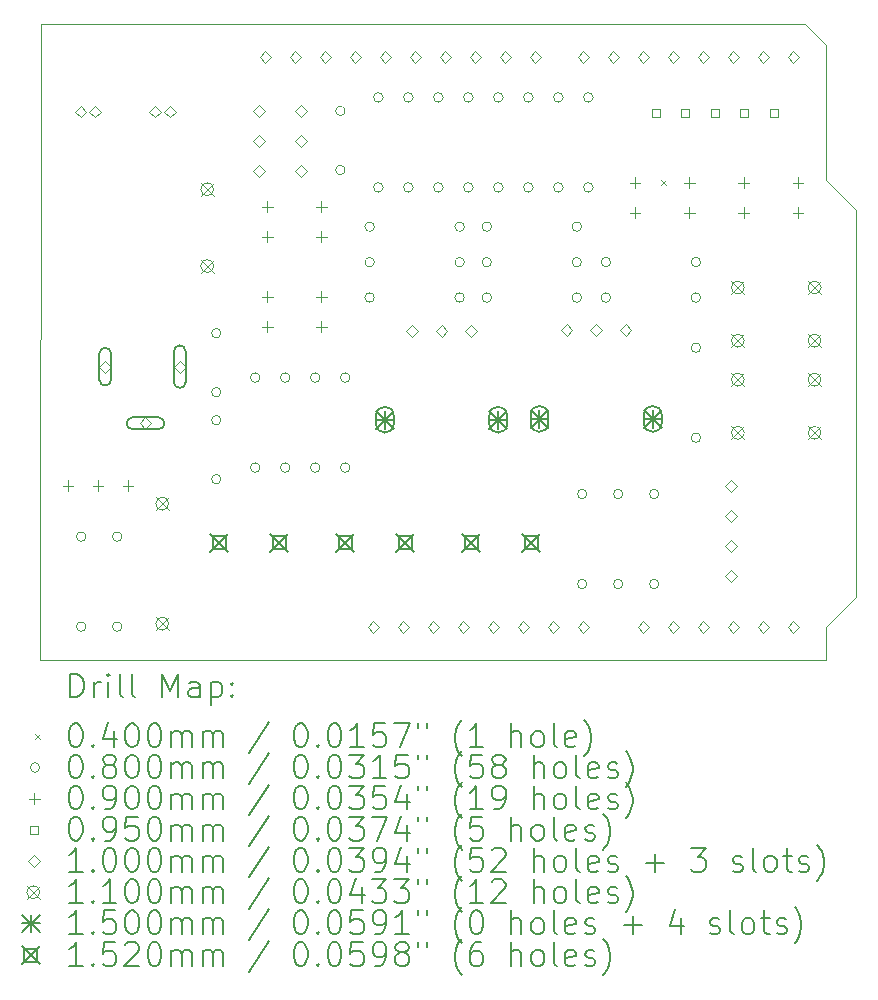
<source format=gbr>
%TF.GenerationSoftware,KiCad,Pcbnew,6.0.9-8da3e8f707~116~ubuntu20.04.1*%
%TF.CreationDate,2022-11-14T11:54:21+01:00*%
%TF.ProjectId,shield_b,73686965-6c64-45f6-922e-6b696361645f,1.2*%
%TF.SameCoordinates,Original*%
%TF.FileFunction,Drillmap*%
%TF.FilePolarity,Positive*%
%FSLAX45Y45*%
G04 Gerber Fmt 4.5, Leading zero omitted, Abs format (unit mm)*
G04 Created by KiCad (PCBNEW 6.0.9-8da3e8f707~116~ubuntu20.04.1) date 2022-11-14 11:54:21*
%MOMM*%
%LPD*%
G01*
G04 APERTURE LIST*
%ADD10C,0.100000*%
%ADD11C,0.200000*%
%ADD12C,0.040000*%
%ADD13C,0.080000*%
%ADD14C,0.090000*%
%ADD15C,0.095000*%
%ADD16C,0.110000*%
%ADD17C,0.150000*%
%ADD18C,0.152000*%
G04 APERTURE END LIST*
D10*
X13675000Y-9300000D02*
X13675000Y-9580000D01*
X13930000Y-9045000D02*
X13675000Y-9300000D01*
X13675000Y-5515000D02*
X13930000Y-5770000D01*
X7025000Y-4195000D02*
X13495000Y-4195000D01*
X13675000Y-4375000D02*
X13675000Y-5515000D01*
X13495000Y-4195000D02*
X13675000Y-4375000D01*
X7020000Y-9580000D02*
X7025000Y-4195000D01*
X13675000Y-9580000D02*
X7020000Y-9580000D01*
X13930000Y-5770000D02*
X13930000Y-9045000D01*
D11*
D12*
X12273600Y-5517200D02*
X12313600Y-5557200D01*
X12313600Y-5517200D02*
X12273600Y-5557200D01*
D13*
X7406000Y-8534400D02*
G75*
G03*
X7406000Y-8534400I-40000J0D01*
G01*
X7406000Y-9296400D02*
G75*
G03*
X7406000Y-9296400I-40000J0D01*
G01*
X7710800Y-8534400D02*
G75*
G03*
X7710800Y-8534400I-40000J0D01*
G01*
X7710800Y-9296400D02*
G75*
G03*
X7710800Y-9296400I-40000J0D01*
G01*
X8549000Y-6811200D02*
G75*
G03*
X8549000Y-6811200I-40000J0D01*
G01*
X8549000Y-7311200D02*
G75*
G03*
X8549000Y-7311200I-40000J0D01*
G01*
X8549000Y-7547800D02*
G75*
G03*
X8549000Y-7547800I-40000J0D01*
G01*
X8549000Y-8047800D02*
G75*
G03*
X8549000Y-8047800I-40000J0D01*
G01*
X8879200Y-7187200D02*
G75*
G03*
X8879200Y-7187200I-40000J0D01*
G01*
X8879200Y-7949200D02*
G75*
G03*
X8879200Y-7949200I-40000J0D01*
G01*
X9133200Y-7187200D02*
G75*
G03*
X9133200Y-7187200I-40000J0D01*
G01*
X9133200Y-7949200D02*
G75*
G03*
X9133200Y-7949200I-40000J0D01*
G01*
X9387200Y-7187200D02*
G75*
G03*
X9387200Y-7187200I-40000J0D01*
G01*
X9387200Y-7949200D02*
G75*
G03*
X9387200Y-7949200I-40000J0D01*
G01*
X9600000Y-4930000D02*
G75*
G03*
X9600000Y-4930000I-40000J0D01*
G01*
X9600000Y-5430000D02*
G75*
G03*
X9600000Y-5430000I-40000J0D01*
G01*
X9641200Y-7187200D02*
G75*
G03*
X9641200Y-7187200I-40000J0D01*
G01*
X9641200Y-7949200D02*
G75*
G03*
X9641200Y-7949200I-40000J0D01*
G01*
X9848000Y-5910000D02*
G75*
G03*
X9848000Y-5910000I-40000J0D01*
G01*
X9848000Y-6210000D02*
G75*
G03*
X9848000Y-6210000I-40000J0D01*
G01*
X9848000Y-6510000D02*
G75*
G03*
X9848000Y-6510000I-40000J0D01*
G01*
X9921600Y-4815000D02*
G75*
G03*
X9921600Y-4815000I-40000J0D01*
G01*
X9921600Y-5577000D02*
G75*
G03*
X9921600Y-5577000I-40000J0D01*
G01*
X10175600Y-4815000D02*
G75*
G03*
X10175600Y-4815000I-40000J0D01*
G01*
X10175600Y-5577000D02*
G75*
G03*
X10175600Y-5577000I-40000J0D01*
G01*
X10429600Y-4815000D02*
G75*
G03*
X10429600Y-4815000I-40000J0D01*
G01*
X10429600Y-5577000D02*
G75*
G03*
X10429600Y-5577000I-40000J0D01*
G01*
X10610000Y-5910000D02*
G75*
G03*
X10610000Y-5910000I-40000J0D01*
G01*
X10610000Y-6210000D02*
G75*
G03*
X10610000Y-6210000I-40000J0D01*
G01*
X10610000Y-6510000D02*
G75*
G03*
X10610000Y-6510000I-40000J0D01*
G01*
X10683600Y-4815000D02*
G75*
G03*
X10683600Y-4815000I-40000J0D01*
G01*
X10683600Y-5577000D02*
G75*
G03*
X10683600Y-5577000I-40000J0D01*
G01*
X10840000Y-5910000D02*
G75*
G03*
X10840000Y-5910000I-40000J0D01*
G01*
X10840000Y-6210000D02*
G75*
G03*
X10840000Y-6210000I-40000J0D01*
G01*
X10840000Y-6510000D02*
G75*
G03*
X10840000Y-6510000I-40000J0D01*
G01*
X10937600Y-4815000D02*
G75*
G03*
X10937600Y-4815000I-40000J0D01*
G01*
X10937600Y-5577000D02*
G75*
G03*
X10937600Y-5577000I-40000J0D01*
G01*
X11191600Y-4815000D02*
G75*
G03*
X11191600Y-4815000I-40000J0D01*
G01*
X11191600Y-5577000D02*
G75*
G03*
X11191600Y-5577000I-40000J0D01*
G01*
X11445600Y-4815000D02*
G75*
G03*
X11445600Y-4815000I-40000J0D01*
G01*
X11445600Y-5577000D02*
G75*
G03*
X11445600Y-5577000I-40000J0D01*
G01*
X11602000Y-5910000D02*
G75*
G03*
X11602000Y-5910000I-40000J0D01*
G01*
X11602000Y-6210000D02*
G75*
G03*
X11602000Y-6210000I-40000J0D01*
G01*
X11602000Y-6510000D02*
G75*
G03*
X11602000Y-6510000I-40000J0D01*
G01*
X11647800Y-8174000D02*
G75*
G03*
X11647800Y-8174000I-40000J0D01*
G01*
X11647800Y-8936000D02*
G75*
G03*
X11647800Y-8936000I-40000J0D01*
G01*
X11699600Y-4815000D02*
G75*
G03*
X11699600Y-4815000I-40000J0D01*
G01*
X11699600Y-5577000D02*
G75*
G03*
X11699600Y-5577000I-40000J0D01*
G01*
X11848000Y-6210000D02*
G75*
G03*
X11848000Y-6210000I-40000J0D01*
G01*
X11848000Y-6510000D02*
G75*
G03*
X11848000Y-6510000I-40000J0D01*
G01*
X11952600Y-8174000D02*
G75*
G03*
X11952600Y-8174000I-40000J0D01*
G01*
X11952600Y-8936000D02*
G75*
G03*
X11952600Y-8936000I-40000J0D01*
G01*
X12257400Y-8174000D02*
G75*
G03*
X12257400Y-8174000I-40000J0D01*
G01*
X12257400Y-8936000D02*
G75*
G03*
X12257400Y-8936000I-40000J0D01*
G01*
X12610000Y-6210000D02*
G75*
G03*
X12610000Y-6210000I-40000J0D01*
G01*
X12610000Y-6510000D02*
G75*
G03*
X12610000Y-6510000I-40000J0D01*
G01*
X12610000Y-6935000D02*
G75*
G03*
X12610000Y-6935000I-40000J0D01*
G01*
X12610000Y-7697000D02*
G75*
G03*
X12610000Y-7697000I-40000J0D01*
G01*
D14*
X7255000Y-8057600D02*
X7255000Y-8147600D01*
X7210000Y-8102600D02*
X7300000Y-8102600D01*
X7509000Y-8057600D02*
X7509000Y-8147600D01*
X7464000Y-8102600D02*
X7554000Y-8102600D01*
X7763000Y-8057600D02*
X7763000Y-8147600D01*
X7718000Y-8102600D02*
X7808000Y-8102600D01*
X8940800Y-5695900D02*
X8940800Y-5785900D01*
X8895800Y-5740900D02*
X8985800Y-5740900D01*
X8940800Y-5949900D02*
X8940800Y-6039900D01*
X8895800Y-5994900D02*
X8985800Y-5994900D01*
X8940800Y-6457400D02*
X8940800Y-6547400D01*
X8895800Y-6502400D02*
X8985800Y-6502400D01*
X8940800Y-6711400D02*
X8940800Y-6801400D01*
X8895800Y-6756400D02*
X8985800Y-6756400D01*
X9398000Y-5695900D02*
X9398000Y-5785900D01*
X9353000Y-5740900D02*
X9443000Y-5740900D01*
X9398000Y-5949900D02*
X9398000Y-6039900D01*
X9353000Y-5994900D02*
X9443000Y-5994900D01*
X9398000Y-6457900D02*
X9398000Y-6547900D01*
X9353000Y-6502900D02*
X9443000Y-6502900D01*
X9398000Y-6711900D02*
X9398000Y-6801900D01*
X9353000Y-6756900D02*
X9443000Y-6756900D01*
X12055000Y-5492500D02*
X12055000Y-5582500D01*
X12010000Y-5537500D02*
X12100000Y-5537500D01*
X12055000Y-5746500D02*
X12055000Y-5836500D01*
X12010000Y-5791500D02*
X12100000Y-5791500D01*
X12515000Y-5492500D02*
X12515000Y-5582500D01*
X12470000Y-5537500D02*
X12560000Y-5537500D01*
X12515000Y-5746500D02*
X12515000Y-5836500D01*
X12470000Y-5791500D02*
X12560000Y-5791500D01*
X12975000Y-5492500D02*
X12975000Y-5582500D01*
X12930000Y-5537500D02*
X13020000Y-5537500D01*
X12975000Y-5746500D02*
X12975000Y-5836500D01*
X12930000Y-5791500D02*
X13020000Y-5791500D01*
X13435000Y-5492500D02*
X13435000Y-5582500D01*
X13390000Y-5537500D02*
X13480000Y-5537500D01*
X13435000Y-5746500D02*
X13435000Y-5836500D01*
X13390000Y-5791500D02*
X13480000Y-5791500D01*
D15*
X12263588Y-4978588D02*
X12263588Y-4911412D01*
X12196412Y-4911412D01*
X12196412Y-4978588D01*
X12263588Y-4978588D01*
X12513588Y-4978588D02*
X12513588Y-4911412D01*
X12446412Y-4911412D01*
X12446412Y-4978588D01*
X12513588Y-4978588D01*
X12763588Y-4978588D02*
X12763588Y-4911412D01*
X12696412Y-4911412D01*
X12696412Y-4978588D01*
X12763588Y-4978588D01*
X13013588Y-4978588D02*
X13013588Y-4911412D01*
X12946412Y-4911412D01*
X12946412Y-4978588D01*
X13013588Y-4978588D01*
X13263588Y-4978588D02*
X13263588Y-4911412D01*
X13196412Y-4911412D01*
X13196412Y-4978588D01*
X13263588Y-4978588D01*
D10*
X7360000Y-4985000D02*
X7410000Y-4935000D01*
X7360000Y-4885000D01*
X7310000Y-4935000D01*
X7360000Y-4985000D01*
X7485000Y-4985000D02*
X7535000Y-4935000D01*
X7485000Y-4885000D01*
X7435000Y-4935000D01*
X7485000Y-4985000D01*
X7570000Y-7145000D02*
X7620000Y-7095000D01*
X7570000Y-7045000D01*
X7520000Y-7095000D01*
X7570000Y-7145000D01*
D11*
X7520000Y-6985000D02*
X7520000Y-7205000D01*
X7620000Y-6985000D02*
X7620000Y-7205000D01*
X7520000Y-7205000D02*
G75*
G03*
X7620000Y-7205000I50000J0D01*
G01*
X7620000Y-6985000D02*
G75*
G03*
X7520000Y-6985000I-50000J0D01*
G01*
D10*
X7910000Y-7625000D02*
X7960000Y-7575000D01*
X7910000Y-7525000D01*
X7860000Y-7575000D01*
X7910000Y-7625000D01*
D11*
X8020000Y-7525000D02*
X7800000Y-7525000D01*
X8020000Y-7625000D02*
X7800000Y-7625000D01*
X7800000Y-7525000D02*
G75*
G03*
X7800000Y-7625000I0J-50000D01*
G01*
X8020000Y-7625000D02*
G75*
G03*
X8020000Y-7525000I0J50000D01*
G01*
D10*
X7993000Y-4985000D02*
X8043000Y-4935000D01*
X7993000Y-4885000D01*
X7943000Y-4935000D01*
X7993000Y-4985000D01*
X8120000Y-4985000D02*
X8170000Y-4935000D01*
X8120000Y-4885000D01*
X8070000Y-4935000D01*
X8120000Y-4985000D01*
X8200000Y-7145000D02*
X8250000Y-7095000D01*
X8200000Y-7045000D01*
X8150000Y-7095000D01*
X8200000Y-7145000D01*
D11*
X8150000Y-6965000D02*
X8150000Y-7225000D01*
X8250000Y-6965000D02*
X8250000Y-7225000D01*
X8150000Y-7225000D02*
G75*
G03*
X8250000Y-7225000I50000J0D01*
G01*
X8250000Y-6965000D02*
G75*
G03*
X8150000Y-6965000I-50000J0D01*
G01*
D10*
X8870000Y-4979100D02*
X8920000Y-4929100D01*
X8870000Y-4879100D01*
X8820000Y-4929100D01*
X8870000Y-4979100D01*
X8870000Y-5233100D02*
X8920000Y-5183100D01*
X8870000Y-5133100D01*
X8820000Y-5183100D01*
X8870000Y-5233100D01*
X8870000Y-5487100D02*
X8920000Y-5437100D01*
X8870000Y-5387100D01*
X8820000Y-5437100D01*
X8870000Y-5487100D01*
X8926000Y-4524000D02*
X8976000Y-4474000D01*
X8926000Y-4424000D01*
X8876000Y-4474000D01*
X8926000Y-4524000D01*
X9180000Y-4524000D02*
X9230000Y-4474000D01*
X9180000Y-4424000D01*
X9130000Y-4474000D01*
X9180000Y-4524000D01*
X9230000Y-4979100D02*
X9280000Y-4929100D01*
X9230000Y-4879100D01*
X9180000Y-4929100D01*
X9230000Y-4979100D01*
X9230000Y-5233100D02*
X9280000Y-5183100D01*
X9230000Y-5133100D01*
X9180000Y-5183100D01*
X9230000Y-5233100D01*
X9230000Y-5487100D02*
X9280000Y-5437100D01*
X9230000Y-5387100D01*
X9180000Y-5437100D01*
X9230000Y-5487100D01*
X9434000Y-4524000D02*
X9484000Y-4474000D01*
X9434000Y-4424000D01*
X9384000Y-4474000D01*
X9434000Y-4524000D01*
X9688000Y-4524000D02*
X9738000Y-4474000D01*
X9688000Y-4424000D01*
X9638000Y-4474000D01*
X9688000Y-4524000D01*
X9840000Y-9350000D02*
X9890000Y-9300000D01*
X9840000Y-9250000D01*
X9790000Y-9300000D01*
X9840000Y-9350000D01*
X9942000Y-4524000D02*
X9992000Y-4474000D01*
X9942000Y-4424000D01*
X9892000Y-4474000D01*
X9942000Y-4524000D01*
X10094000Y-9350000D02*
X10144000Y-9300000D01*
X10094000Y-9250000D01*
X10044000Y-9300000D01*
X10094000Y-9350000D01*
X10166600Y-6843800D02*
X10216600Y-6793800D01*
X10166600Y-6743800D01*
X10116600Y-6793800D01*
X10166600Y-6843800D01*
X10196000Y-4524000D02*
X10246000Y-4474000D01*
X10196000Y-4424000D01*
X10146000Y-4474000D01*
X10196000Y-4524000D01*
X10348000Y-9350000D02*
X10398000Y-9300000D01*
X10348000Y-9250000D01*
X10298000Y-9300000D01*
X10348000Y-9350000D01*
X10416600Y-6843800D02*
X10466600Y-6793800D01*
X10416600Y-6743800D01*
X10366600Y-6793800D01*
X10416600Y-6843800D01*
X10450000Y-4524000D02*
X10500000Y-4474000D01*
X10450000Y-4424000D01*
X10400000Y-4474000D01*
X10450000Y-4524000D01*
X10602000Y-9350000D02*
X10652000Y-9300000D01*
X10602000Y-9250000D01*
X10552000Y-9300000D01*
X10602000Y-9350000D01*
X10666600Y-6843800D02*
X10716600Y-6793800D01*
X10666600Y-6743800D01*
X10616600Y-6793800D01*
X10666600Y-6843800D01*
X10704000Y-4524000D02*
X10754000Y-4474000D01*
X10704000Y-4424000D01*
X10654000Y-4474000D01*
X10704000Y-4524000D01*
X10856000Y-9350000D02*
X10906000Y-9300000D01*
X10856000Y-9250000D01*
X10806000Y-9300000D01*
X10856000Y-9350000D01*
X10958000Y-4524000D02*
X11008000Y-4474000D01*
X10958000Y-4424000D01*
X10908000Y-4474000D01*
X10958000Y-4524000D01*
X11110000Y-9350000D02*
X11160000Y-9300000D01*
X11110000Y-9250000D01*
X11060000Y-9300000D01*
X11110000Y-9350000D01*
X11212000Y-4524000D02*
X11262000Y-4474000D01*
X11212000Y-4424000D01*
X11162000Y-4474000D01*
X11212000Y-4524000D01*
X11364000Y-9350000D02*
X11414000Y-9300000D01*
X11364000Y-9250000D01*
X11314000Y-9300000D01*
X11364000Y-9350000D01*
X11475000Y-6837500D02*
X11525000Y-6787500D01*
X11475000Y-6737500D01*
X11425000Y-6787500D01*
X11475000Y-6837500D01*
X11618000Y-4524000D02*
X11668000Y-4474000D01*
X11618000Y-4424000D01*
X11568000Y-4474000D01*
X11618000Y-4524000D01*
X11618000Y-9350000D02*
X11668000Y-9300000D01*
X11618000Y-9250000D01*
X11568000Y-9300000D01*
X11618000Y-9350000D01*
X11725000Y-6837500D02*
X11775000Y-6787500D01*
X11725000Y-6737500D01*
X11675000Y-6787500D01*
X11725000Y-6837500D01*
X11872000Y-4524000D02*
X11922000Y-4474000D01*
X11872000Y-4424000D01*
X11822000Y-4474000D01*
X11872000Y-4524000D01*
X11975000Y-6837500D02*
X12025000Y-6787500D01*
X11975000Y-6737500D01*
X11925000Y-6787500D01*
X11975000Y-6837500D01*
X12126000Y-4524000D02*
X12176000Y-4474000D01*
X12126000Y-4424000D01*
X12076000Y-4474000D01*
X12126000Y-4524000D01*
X12126000Y-9350000D02*
X12176000Y-9300000D01*
X12126000Y-9250000D01*
X12076000Y-9300000D01*
X12126000Y-9350000D01*
X12380000Y-4524000D02*
X12430000Y-4474000D01*
X12380000Y-4424000D01*
X12330000Y-4474000D01*
X12380000Y-4524000D01*
X12380000Y-9350000D02*
X12430000Y-9300000D01*
X12380000Y-9250000D01*
X12330000Y-9300000D01*
X12380000Y-9350000D01*
X12634000Y-4524000D02*
X12684000Y-4474000D01*
X12634000Y-4424000D01*
X12584000Y-4474000D01*
X12634000Y-4524000D01*
X12634000Y-9350000D02*
X12684000Y-9300000D01*
X12634000Y-9250000D01*
X12584000Y-9300000D01*
X12634000Y-9350000D01*
X12870000Y-8153000D02*
X12920000Y-8103000D01*
X12870000Y-8053000D01*
X12820000Y-8103000D01*
X12870000Y-8153000D01*
X12870000Y-8407000D02*
X12920000Y-8357000D01*
X12870000Y-8307000D01*
X12820000Y-8357000D01*
X12870000Y-8407000D01*
X12870000Y-8661000D02*
X12920000Y-8611000D01*
X12870000Y-8561000D01*
X12820000Y-8611000D01*
X12870000Y-8661000D01*
X12870000Y-8915000D02*
X12920000Y-8865000D01*
X12870000Y-8815000D01*
X12820000Y-8865000D01*
X12870000Y-8915000D01*
X12888000Y-4524000D02*
X12938000Y-4474000D01*
X12888000Y-4424000D01*
X12838000Y-4474000D01*
X12888000Y-4524000D01*
X12888000Y-9350000D02*
X12938000Y-9300000D01*
X12888000Y-9250000D01*
X12838000Y-9300000D01*
X12888000Y-9350000D01*
X13142000Y-4524000D02*
X13192000Y-4474000D01*
X13142000Y-4424000D01*
X13092000Y-4474000D01*
X13142000Y-4524000D01*
X13142000Y-9350000D02*
X13192000Y-9300000D01*
X13142000Y-9250000D01*
X13092000Y-9300000D01*
X13142000Y-9350000D01*
X13396000Y-4524000D02*
X13446000Y-4474000D01*
X13396000Y-4424000D01*
X13346000Y-4474000D01*
X13396000Y-4524000D01*
X13396000Y-9350000D02*
X13446000Y-9300000D01*
X13396000Y-9250000D01*
X13346000Y-9300000D01*
X13396000Y-9350000D01*
D16*
X7996800Y-8200000D02*
X8106800Y-8310000D01*
X8106800Y-8200000D02*
X7996800Y-8310000D01*
X8106800Y-8255000D02*
G75*
G03*
X8106800Y-8255000I-55000J0D01*
G01*
X7996800Y-9216000D02*
X8106800Y-9326000D01*
X8106800Y-9216000D02*
X7996800Y-9326000D01*
X8106800Y-9271000D02*
G75*
G03*
X8106800Y-9271000I-55000J0D01*
G01*
X8377800Y-5538200D02*
X8487800Y-5648200D01*
X8487800Y-5538200D02*
X8377800Y-5648200D01*
X8487800Y-5593200D02*
G75*
G03*
X8487800Y-5593200I-55000J0D01*
G01*
X8377800Y-6188200D02*
X8487800Y-6298200D01*
X8487800Y-6188200D02*
X8377800Y-6298200D01*
X8487800Y-6243200D02*
G75*
G03*
X8487800Y-6243200I-55000J0D01*
G01*
X12870000Y-6370000D02*
X12980000Y-6480000D01*
X12980000Y-6370000D02*
X12870000Y-6480000D01*
X12980000Y-6425000D02*
G75*
G03*
X12980000Y-6425000I-55000J0D01*
G01*
X12870000Y-6820000D02*
X12980000Y-6930000D01*
X12980000Y-6820000D02*
X12870000Y-6930000D01*
X12980000Y-6875000D02*
G75*
G03*
X12980000Y-6875000I-55000J0D01*
G01*
X12870000Y-7150000D02*
X12980000Y-7260000D01*
X12980000Y-7150000D02*
X12870000Y-7260000D01*
X12980000Y-7205000D02*
G75*
G03*
X12980000Y-7205000I-55000J0D01*
G01*
X12870000Y-7600000D02*
X12980000Y-7710000D01*
X12980000Y-7600000D02*
X12870000Y-7710000D01*
X12980000Y-7655000D02*
G75*
G03*
X12980000Y-7655000I-55000J0D01*
G01*
X13520000Y-6370000D02*
X13630000Y-6480000D01*
X13630000Y-6370000D02*
X13520000Y-6480000D01*
X13630000Y-6425000D02*
G75*
G03*
X13630000Y-6425000I-55000J0D01*
G01*
X13520000Y-6820000D02*
X13630000Y-6930000D01*
X13630000Y-6820000D02*
X13520000Y-6930000D01*
X13630000Y-6875000D02*
G75*
G03*
X13630000Y-6875000I-55000J0D01*
G01*
X13520000Y-7150000D02*
X13630000Y-7260000D01*
X13630000Y-7150000D02*
X13520000Y-7260000D01*
X13630000Y-7205000D02*
G75*
G03*
X13630000Y-7205000I-55000J0D01*
G01*
X13520000Y-7600000D02*
X13630000Y-7710000D01*
X13630000Y-7600000D02*
X13520000Y-7710000D01*
X13630000Y-7655000D02*
G75*
G03*
X13630000Y-7655000I-55000J0D01*
G01*
D17*
X9861600Y-7468800D02*
X10011600Y-7618800D01*
X10011600Y-7468800D02*
X9861600Y-7618800D01*
X9936600Y-7468800D02*
X9936600Y-7618800D01*
X9861600Y-7543800D02*
X10011600Y-7543800D01*
D11*
X9861600Y-7508800D02*
X9861600Y-7578800D01*
X10011600Y-7508800D02*
X10011600Y-7578800D01*
X9861600Y-7578800D02*
G75*
G03*
X10011600Y-7578800I75000J0D01*
G01*
X10011600Y-7508800D02*
G75*
G03*
X9861600Y-7508800I-75000J0D01*
G01*
D17*
X10821600Y-7468800D02*
X10971600Y-7618800D01*
X10971600Y-7468800D02*
X10821600Y-7618800D01*
X10896600Y-7468800D02*
X10896600Y-7618800D01*
X10821600Y-7543800D02*
X10971600Y-7543800D01*
D11*
X10821600Y-7508800D02*
X10821600Y-7578800D01*
X10971600Y-7508800D02*
X10971600Y-7578800D01*
X10821600Y-7578800D02*
G75*
G03*
X10971600Y-7578800I75000J0D01*
G01*
X10971600Y-7508800D02*
G75*
G03*
X10821600Y-7508800I-75000J0D01*
G01*
D17*
X11170000Y-7462500D02*
X11320000Y-7612500D01*
X11320000Y-7462500D02*
X11170000Y-7612500D01*
X11245000Y-7462500D02*
X11245000Y-7612500D01*
X11170000Y-7537500D02*
X11320000Y-7537500D01*
D11*
X11170000Y-7502500D02*
X11170000Y-7572500D01*
X11320000Y-7502500D02*
X11320000Y-7572500D01*
X11170000Y-7572500D02*
G75*
G03*
X11320000Y-7572500I75000J0D01*
G01*
X11320000Y-7502500D02*
G75*
G03*
X11170000Y-7502500I-75000J0D01*
G01*
D17*
X12130000Y-7462500D02*
X12280000Y-7612500D01*
X12280000Y-7462500D02*
X12130000Y-7612500D01*
X12205000Y-7462500D02*
X12205000Y-7612500D01*
X12130000Y-7537500D02*
X12280000Y-7537500D01*
D11*
X12130000Y-7502500D02*
X12130000Y-7572500D01*
X12280000Y-7502500D02*
X12280000Y-7572500D01*
X12130000Y-7572500D02*
G75*
G03*
X12280000Y-7572500I75000J0D01*
G01*
X12280000Y-7502500D02*
G75*
G03*
X12130000Y-7502500I-75000J0D01*
G01*
D18*
X8458400Y-8509000D02*
X8610400Y-8661000D01*
X8610400Y-8509000D02*
X8458400Y-8661000D01*
X8588141Y-8638741D02*
X8588141Y-8531259D01*
X8480659Y-8531259D01*
X8480659Y-8638741D01*
X8588141Y-8638741D01*
X8966400Y-8509000D02*
X9118400Y-8661000D01*
X9118400Y-8509000D02*
X8966400Y-8661000D01*
X9096141Y-8638741D02*
X9096141Y-8531259D01*
X8988659Y-8531259D01*
X8988659Y-8638741D01*
X9096141Y-8638741D01*
X9525200Y-8509200D02*
X9677200Y-8661200D01*
X9677200Y-8509200D02*
X9525200Y-8661200D01*
X9654941Y-8638941D02*
X9654941Y-8531459D01*
X9547459Y-8531459D01*
X9547459Y-8638941D01*
X9654941Y-8638941D01*
X10033200Y-8509200D02*
X10185200Y-8661200D01*
X10185200Y-8509200D02*
X10033200Y-8661200D01*
X10162941Y-8638941D02*
X10162941Y-8531459D01*
X10055459Y-8531459D01*
X10055459Y-8638941D01*
X10162941Y-8638941D01*
X10592000Y-8509000D02*
X10744000Y-8661000D01*
X10744000Y-8509000D02*
X10592000Y-8661000D01*
X10721741Y-8638741D02*
X10721741Y-8531259D01*
X10614259Y-8531259D01*
X10614259Y-8638741D01*
X10721741Y-8638741D01*
X11100000Y-8509000D02*
X11252000Y-8661000D01*
X11252000Y-8509000D02*
X11100000Y-8661000D01*
X11229741Y-8638741D02*
X11229741Y-8531259D01*
X11122259Y-8531259D01*
X11122259Y-8638741D01*
X11229741Y-8638741D01*
D11*
X7272619Y-9895476D02*
X7272619Y-9695476D01*
X7320238Y-9695476D01*
X7348809Y-9705000D01*
X7367857Y-9724048D01*
X7377381Y-9743095D01*
X7386905Y-9781190D01*
X7386905Y-9809762D01*
X7377381Y-9847857D01*
X7367857Y-9866905D01*
X7348809Y-9885952D01*
X7320238Y-9895476D01*
X7272619Y-9895476D01*
X7472619Y-9895476D02*
X7472619Y-9762143D01*
X7472619Y-9800238D02*
X7482143Y-9781190D01*
X7491667Y-9771667D01*
X7510714Y-9762143D01*
X7529762Y-9762143D01*
X7596428Y-9895476D02*
X7596428Y-9762143D01*
X7596428Y-9695476D02*
X7586905Y-9705000D01*
X7596428Y-9714524D01*
X7605952Y-9705000D01*
X7596428Y-9695476D01*
X7596428Y-9714524D01*
X7720238Y-9895476D02*
X7701190Y-9885952D01*
X7691667Y-9866905D01*
X7691667Y-9695476D01*
X7825000Y-9895476D02*
X7805952Y-9885952D01*
X7796428Y-9866905D01*
X7796428Y-9695476D01*
X8053571Y-9895476D02*
X8053571Y-9695476D01*
X8120238Y-9838333D01*
X8186905Y-9695476D01*
X8186905Y-9895476D01*
X8367857Y-9895476D02*
X8367857Y-9790714D01*
X8358333Y-9771667D01*
X8339286Y-9762143D01*
X8301190Y-9762143D01*
X8282143Y-9771667D01*
X8367857Y-9885952D02*
X8348809Y-9895476D01*
X8301190Y-9895476D01*
X8282143Y-9885952D01*
X8272619Y-9866905D01*
X8272619Y-9847857D01*
X8282143Y-9828810D01*
X8301190Y-9819286D01*
X8348809Y-9819286D01*
X8367857Y-9809762D01*
X8463095Y-9762143D02*
X8463095Y-9962143D01*
X8463095Y-9771667D02*
X8482143Y-9762143D01*
X8520238Y-9762143D01*
X8539286Y-9771667D01*
X8548810Y-9781190D01*
X8558333Y-9800238D01*
X8558333Y-9857381D01*
X8548810Y-9876429D01*
X8539286Y-9885952D01*
X8520238Y-9895476D01*
X8482143Y-9895476D01*
X8463095Y-9885952D01*
X8644048Y-9876429D02*
X8653571Y-9885952D01*
X8644048Y-9895476D01*
X8634524Y-9885952D01*
X8644048Y-9876429D01*
X8644048Y-9895476D01*
X8644048Y-9771667D02*
X8653571Y-9781190D01*
X8644048Y-9790714D01*
X8634524Y-9781190D01*
X8644048Y-9771667D01*
X8644048Y-9790714D01*
D12*
X6975000Y-10205000D02*
X7015000Y-10245000D01*
X7015000Y-10205000D02*
X6975000Y-10245000D01*
D11*
X7310714Y-10115476D02*
X7329762Y-10115476D01*
X7348809Y-10125000D01*
X7358333Y-10134524D01*
X7367857Y-10153571D01*
X7377381Y-10191667D01*
X7377381Y-10239286D01*
X7367857Y-10277381D01*
X7358333Y-10296429D01*
X7348809Y-10305952D01*
X7329762Y-10315476D01*
X7310714Y-10315476D01*
X7291667Y-10305952D01*
X7282143Y-10296429D01*
X7272619Y-10277381D01*
X7263095Y-10239286D01*
X7263095Y-10191667D01*
X7272619Y-10153571D01*
X7282143Y-10134524D01*
X7291667Y-10125000D01*
X7310714Y-10115476D01*
X7463095Y-10296429D02*
X7472619Y-10305952D01*
X7463095Y-10315476D01*
X7453571Y-10305952D01*
X7463095Y-10296429D01*
X7463095Y-10315476D01*
X7644048Y-10182143D02*
X7644048Y-10315476D01*
X7596428Y-10105952D02*
X7548809Y-10248810D01*
X7672619Y-10248810D01*
X7786905Y-10115476D02*
X7805952Y-10115476D01*
X7825000Y-10125000D01*
X7834524Y-10134524D01*
X7844048Y-10153571D01*
X7853571Y-10191667D01*
X7853571Y-10239286D01*
X7844048Y-10277381D01*
X7834524Y-10296429D01*
X7825000Y-10305952D01*
X7805952Y-10315476D01*
X7786905Y-10315476D01*
X7767857Y-10305952D01*
X7758333Y-10296429D01*
X7748809Y-10277381D01*
X7739286Y-10239286D01*
X7739286Y-10191667D01*
X7748809Y-10153571D01*
X7758333Y-10134524D01*
X7767857Y-10125000D01*
X7786905Y-10115476D01*
X7977381Y-10115476D02*
X7996428Y-10115476D01*
X8015476Y-10125000D01*
X8025000Y-10134524D01*
X8034524Y-10153571D01*
X8044048Y-10191667D01*
X8044048Y-10239286D01*
X8034524Y-10277381D01*
X8025000Y-10296429D01*
X8015476Y-10305952D01*
X7996428Y-10315476D01*
X7977381Y-10315476D01*
X7958333Y-10305952D01*
X7948809Y-10296429D01*
X7939286Y-10277381D01*
X7929762Y-10239286D01*
X7929762Y-10191667D01*
X7939286Y-10153571D01*
X7948809Y-10134524D01*
X7958333Y-10125000D01*
X7977381Y-10115476D01*
X8129762Y-10315476D02*
X8129762Y-10182143D01*
X8129762Y-10201190D02*
X8139286Y-10191667D01*
X8158333Y-10182143D01*
X8186905Y-10182143D01*
X8205952Y-10191667D01*
X8215476Y-10210714D01*
X8215476Y-10315476D01*
X8215476Y-10210714D02*
X8225000Y-10191667D01*
X8244048Y-10182143D01*
X8272619Y-10182143D01*
X8291667Y-10191667D01*
X8301190Y-10210714D01*
X8301190Y-10315476D01*
X8396429Y-10315476D02*
X8396429Y-10182143D01*
X8396429Y-10201190D02*
X8405952Y-10191667D01*
X8425000Y-10182143D01*
X8453571Y-10182143D01*
X8472619Y-10191667D01*
X8482143Y-10210714D01*
X8482143Y-10315476D01*
X8482143Y-10210714D02*
X8491667Y-10191667D01*
X8510714Y-10182143D01*
X8539286Y-10182143D01*
X8558333Y-10191667D01*
X8567857Y-10210714D01*
X8567857Y-10315476D01*
X8958333Y-10105952D02*
X8786905Y-10363095D01*
X9215476Y-10115476D02*
X9234524Y-10115476D01*
X9253571Y-10125000D01*
X9263095Y-10134524D01*
X9272619Y-10153571D01*
X9282143Y-10191667D01*
X9282143Y-10239286D01*
X9272619Y-10277381D01*
X9263095Y-10296429D01*
X9253571Y-10305952D01*
X9234524Y-10315476D01*
X9215476Y-10315476D01*
X9196429Y-10305952D01*
X9186905Y-10296429D01*
X9177381Y-10277381D01*
X9167857Y-10239286D01*
X9167857Y-10191667D01*
X9177381Y-10153571D01*
X9186905Y-10134524D01*
X9196429Y-10125000D01*
X9215476Y-10115476D01*
X9367857Y-10296429D02*
X9377381Y-10305952D01*
X9367857Y-10315476D01*
X9358333Y-10305952D01*
X9367857Y-10296429D01*
X9367857Y-10315476D01*
X9501190Y-10115476D02*
X9520238Y-10115476D01*
X9539286Y-10125000D01*
X9548810Y-10134524D01*
X9558333Y-10153571D01*
X9567857Y-10191667D01*
X9567857Y-10239286D01*
X9558333Y-10277381D01*
X9548810Y-10296429D01*
X9539286Y-10305952D01*
X9520238Y-10315476D01*
X9501190Y-10315476D01*
X9482143Y-10305952D01*
X9472619Y-10296429D01*
X9463095Y-10277381D01*
X9453571Y-10239286D01*
X9453571Y-10191667D01*
X9463095Y-10153571D01*
X9472619Y-10134524D01*
X9482143Y-10125000D01*
X9501190Y-10115476D01*
X9758333Y-10315476D02*
X9644048Y-10315476D01*
X9701190Y-10315476D02*
X9701190Y-10115476D01*
X9682143Y-10144048D01*
X9663095Y-10163095D01*
X9644048Y-10172619D01*
X9939286Y-10115476D02*
X9844048Y-10115476D01*
X9834524Y-10210714D01*
X9844048Y-10201190D01*
X9863095Y-10191667D01*
X9910714Y-10191667D01*
X9929762Y-10201190D01*
X9939286Y-10210714D01*
X9948810Y-10229762D01*
X9948810Y-10277381D01*
X9939286Y-10296429D01*
X9929762Y-10305952D01*
X9910714Y-10315476D01*
X9863095Y-10315476D01*
X9844048Y-10305952D01*
X9834524Y-10296429D01*
X10015476Y-10115476D02*
X10148810Y-10115476D01*
X10063095Y-10315476D01*
X10215476Y-10115476D02*
X10215476Y-10153571D01*
X10291667Y-10115476D02*
X10291667Y-10153571D01*
X10586905Y-10391667D02*
X10577381Y-10382143D01*
X10558333Y-10353571D01*
X10548810Y-10334524D01*
X10539286Y-10305952D01*
X10529762Y-10258333D01*
X10529762Y-10220238D01*
X10539286Y-10172619D01*
X10548810Y-10144048D01*
X10558333Y-10125000D01*
X10577381Y-10096429D01*
X10586905Y-10086905D01*
X10767857Y-10315476D02*
X10653571Y-10315476D01*
X10710714Y-10315476D02*
X10710714Y-10115476D01*
X10691667Y-10144048D01*
X10672619Y-10163095D01*
X10653571Y-10172619D01*
X11005952Y-10315476D02*
X11005952Y-10115476D01*
X11091667Y-10315476D02*
X11091667Y-10210714D01*
X11082143Y-10191667D01*
X11063095Y-10182143D01*
X11034524Y-10182143D01*
X11015476Y-10191667D01*
X11005952Y-10201190D01*
X11215476Y-10315476D02*
X11196428Y-10305952D01*
X11186905Y-10296429D01*
X11177381Y-10277381D01*
X11177381Y-10220238D01*
X11186905Y-10201190D01*
X11196428Y-10191667D01*
X11215476Y-10182143D01*
X11244048Y-10182143D01*
X11263095Y-10191667D01*
X11272619Y-10201190D01*
X11282143Y-10220238D01*
X11282143Y-10277381D01*
X11272619Y-10296429D01*
X11263095Y-10305952D01*
X11244048Y-10315476D01*
X11215476Y-10315476D01*
X11396428Y-10315476D02*
X11377381Y-10305952D01*
X11367857Y-10286905D01*
X11367857Y-10115476D01*
X11548809Y-10305952D02*
X11529762Y-10315476D01*
X11491667Y-10315476D01*
X11472619Y-10305952D01*
X11463095Y-10286905D01*
X11463095Y-10210714D01*
X11472619Y-10191667D01*
X11491667Y-10182143D01*
X11529762Y-10182143D01*
X11548809Y-10191667D01*
X11558333Y-10210714D01*
X11558333Y-10229762D01*
X11463095Y-10248810D01*
X11625000Y-10391667D02*
X11634524Y-10382143D01*
X11653571Y-10353571D01*
X11663095Y-10334524D01*
X11672619Y-10305952D01*
X11682143Y-10258333D01*
X11682143Y-10220238D01*
X11672619Y-10172619D01*
X11663095Y-10144048D01*
X11653571Y-10125000D01*
X11634524Y-10096429D01*
X11625000Y-10086905D01*
D13*
X7015000Y-10489000D02*
G75*
G03*
X7015000Y-10489000I-40000J0D01*
G01*
D11*
X7310714Y-10379476D02*
X7329762Y-10379476D01*
X7348809Y-10389000D01*
X7358333Y-10398524D01*
X7367857Y-10417571D01*
X7377381Y-10455667D01*
X7377381Y-10503286D01*
X7367857Y-10541381D01*
X7358333Y-10560429D01*
X7348809Y-10569952D01*
X7329762Y-10579476D01*
X7310714Y-10579476D01*
X7291667Y-10569952D01*
X7282143Y-10560429D01*
X7272619Y-10541381D01*
X7263095Y-10503286D01*
X7263095Y-10455667D01*
X7272619Y-10417571D01*
X7282143Y-10398524D01*
X7291667Y-10389000D01*
X7310714Y-10379476D01*
X7463095Y-10560429D02*
X7472619Y-10569952D01*
X7463095Y-10579476D01*
X7453571Y-10569952D01*
X7463095Y-10560429D01*
X7463095Y-10579476D01*
X7586905Y-10465190D02*
X7567857Y-10455667D01*
X7558333Y-10446143D01*
X7548809Y-10427095D01*
X7548809Y-10417571D01*
X7558333Y-10398524D01*
X7567857Y-10389000D01*
X7586905Y-10379476D01*
X7625000Y-10379476D01*
X7644048Y-10389000D01*
X7653571Y-10398524D01*
X7663095Y-10417571D01*
X7663095Y-10427095D01*
X7653571Y-10446143D01*
X7644048Y-10455667D01*
X7625000Y-10465190D01*
X7586905Y-10465190D01*
X7567857Y-10474714D01*
X7558333Y-10484238D01*
X7548809Y-10503286D01*
X7548809Y-10541381D01*
X7558333Y-10560429D01*
X7567857Y-10569952D01*
X7586905Y-10579476D01*
X7625000Y-10579476D01*
X7644048Y-10569952D01*
X7653571Y-10560429D01*
X7663095Y-10541381D01*
X7663095Y-10503286D01*
X7653571Y-10484238D01*
X7644048Y-10474714D01*
X7625000Y-10465190D01*
X7786905Y-10379476D02*
X7805952Y-10379476D01*
X7825000Y-10389000D01*
X7834524Y-10398524D01*
X7844048Y-10417571D01*
X7853571Y-10455667D01*
X7853571Y-10503286D01*
X7844048Y-10541381D01*
X7834524Y-10560429D01*
X7825000Y-10569952D01*
X7805952Y-10579476D01*
X7786905Y-10579476D01*
X7767857Y-10569952D01*
X7758333Y-10560429D01*
X7748809Y-10541381D01*
X7739286Y-10503286D01*
X7739286Y-10455667D01*
X7748809Y-10417571D01*
X7758333Y-10398524D01*
X7767857Y-10389000D01*
X7786905Y-10379476D01*
X7977381Y-10379476D02*
X7996428Y-10379476D01*
X8015476Y-10389000D01*
X8025000Y-10398524D01*
X8034524Y-10417571D01*
X8044048Y-10455667D01*
X8044048Y-10503286D01*
X8034524Y-10541381D01*
X8025000Y-10560429D01*
X8015476Y-10569952D01*
X7996428Y-10579476D01*
X7977381Y-10579476D01*
X7958333Y-10569952D01*
X7948809Y-10560429D01*
X7939286Y-10541381D01*
X7929762Y-10503286D01*
X7929762Y-10455667D01*
X7939286Y-10417571D01*
X7948809Y-10398524D01*
X7958333Y-10389000D01*
X7977381Y-10379476D01*
X8129762Y-10579476D02*
X8129762Y-10446143D01*
X8129762Y-10465190D02*
X8139286Y-10455667D01*
X8158333Y-10446143D01*
X8186905Y-10446143D01*
X8205952Y-10455667D01*
X8215476Y-10474714D01*
X8215476Y-10579476D01*
X8215476Y-10474714D02*
X8225000Y-10455667D01*
X8244048Y-10446143D01*
X8272619Y-10446143D01*
X8291667Y-10455667D01*
X8301190Y-10474714D01*
X8301190Y-10579476D01*
X8396429Y-10579476D02*
X8396429Y-10446143D01*
X8396429Y-10465190D02*
X8405952Y-10455667D01*
X8425000Y-10446143D01*
X8453571Y-10446143D01*
X8472619Y-10455667D01*
X8482143Y-10474714D01*
X8482143Y-10579476D01*
X8482143Y-10474714D02*
X8491667Y-10455667D01*
X8510714Y-10446143D01*
X8539286Y-10446143D01*
X8558333Y-10455667D01*
X8567857Y-10474714D01*
X8567857Y-10579476D01*
X8958333Y-10369952D02*
X8786905Y-10627095D01*
X9215476Y-10379476D02*
X9234524Y-10379476D01*
X9253571Y-10389000D01*
X9263095Y-10398524D01*
X9272619Y-10417571D01*
X9282143Y-10455667D01*
X9282143Y-10503286D01*
X9272619Y-10541381D01*
X9263095Y-10560429D01*
X9253571Y-10569952D01*
X9234524Y-10579476D01*
X9215476Y-10579476D01*
X9196429Y-10569952D01*
X9186905Y-10560429D01*
X9177381Y-10541381D01*
X9167857Y-10503286D01*
X9167857Y-10455667D01*
X9177381Y-10417571D01*
X9186905Y-10398524D01*
X9196429Y-10389000D01*
X9215476Y-10379476D01*
X9367857Y-10560429D02*
X9377381Y-10569952D01*
X9367857Y-10579476D01*
X9358333Y-10569952D01*
X9367857Y-10560429D01*
X9367857Y-10579476D01*
X9501190Y-10379476D02*
X9520238Y-10379476D01*
X9539286Y-10389000D01*
X9548810Y-10398524D01*
X9558333Y-10417571D01*
X9567857Y-10455667D01*
X9567857Y-10503286D01*
X9558333Y-10541381D01*
X9548810Y-10560429D01*
X9539286Y-10569952D01*
X9520238Y-10579476D01*
X9501190Y-10579476D01*
X9482143Y-10569952D01*
X9472619Y-10560429D01*
X9463095Y-10541381D01*
X9453571Y-10503286D01*
X9453571Y-10455667D01*
X9463095Y-10417571D01*
X9472619Y-10398524D01*
X9482143Y-10389000D01*
X9501190Y-10379476D01*
X9634524Y-10379476D02*
X9758333Y-10379476D01*
X9691667Y-10455667D01*
X9720238Y-10455667D01*
X9739286Y-10465190D01*
X9748810Y-10474714D01*
X9758333Y-10493762D01*
X9758333Y-10541381D01*
X9748810Y-10560429D01*
X9739286Y-10569952D01*
X9720238Y-10579476D01*
X9663095Y-10579476D01*
X9644048Y-10569952D01*
X9634524Y-10560429D01*
X9948810Y-10579476D02*
X9834524Y-10579476D01*
X9891667Y-10579476D02*
X9891667Y-10379476D01*
X9872619Y-10408048D01*
X9853571Y-10427095D01*
X9834524Y-10436619D01*
X10129762Y-10379476D02*
X10034524Y-10379476D01*
X10025000Y-10474714D01*
X10034524Y-10465190D01*
X10053571Y-10455667D01*
X10101190Y-10455667D01*
X10120238Y-10465190D01*
X10129762Y-10474714D01*
X10139286Y-10493762D01*
X10139286Y-10541381D01*
X10129762Y-10560429D01*
X10120238Y-10569952D01*
X10101190Y-10579476D01*
X10053571Y-10579476D01*
X10034524Y-10569952D01*
X10025000Y-10560429D01*
X10215476Y-10379476D02*
X10215476Y-10417571D01*
X10291667Y-10379476D02*
X10291667Y-10417571D01*
X10586905Y-10655667D02*
X10577381Y-10646143D01*
X10558333Y-10617571D01*
X10548810Y-10598524D01*
X10539286Y-10569952D01*
X10529762Y-10522333D01*
X10529762Y-10484238D01*
X10539286Y-10436619D01*
X10548810Y-10408048D01*
X10558333Y-10389000D01*
X10577381Y-10360429D01*
X10586905Y-10350905D01*
X10758333Y-10379476D02*
X10663095Y-10379476D01*
X10653571Y-10474714D01*
X10663095Y-10465190D01*
X10682143Y-10455667D01*
X10729762Y-10455667D01*
X10748810Y-10465190D01*
X10758333Y-10474714D01*
X10767857Y-10493762D01*
X10767857Y-10541381D01*
X10758333Y-10560429D01*
X10748810Y-10569952D01*
X10729762Y-10579476D01*
X10682143Y-10579476D01*
X10663095Y-10569952D01*
X10653571Y-10560429D01*
X10882143Y-10465190D02*
X10863095Y-10455667D01*
X10853571Y-10446143D01*
X10844048Y-10427095D01*
X10844048Y-10417571D01*
X10853571Y-10398524D01*
X10863095Y-10389000D01*
X10882143Y-10379476D01*
X10920238Y-10379476D01*
X10939286Y-10389000D01*
X10948810Y-10398524D01*
X10958333Y-10417571D01*
X10958333Y-10427095D01*
X10948810Y-10446143D01*
X10939286Y-10455667D01*
X10920238Y-10465190D01*
X10882143Y-10465190D01*
X10863095Y-10474714D01*
X10853571Y-10484238D01*
X10844048Y-10503286D01*
X10844048Y-10541381D01*
X10853571Y-10560429D01*
X10863095Y-10569952D01*
X10882143Y-10579476D01*
X10920238Y-10579476D01*
X10939286Y-10569952D01*
X10948810Y-10560429D01*
X10958333Y-10541381D01*
X10958333Y-10503286D01*
X10948810Y-10484238D01*
X10939286Y-10474714D01*
X10920238Y-10465190D01*
X11196428Y-10579476D02*
X11196428Y-10379476D01*
X11282143Y-10579476D02*
X11282143Y-10474714D01*
X11272619Y-10455667D01*
X11253571Y-10446143D01*
X11225000Y-10446143D01*
X11205952Y-10455667D01*
X11196428Y-10465190D01*
X11405952Y-10579476D02*
X11386905Y-10569952D01*
X11377381Y-10560429D01*
X11367857Y-10541381D01*
X11367857Y-10484238D01*
X11377381Y-10465190D01*
X11386905Y-10455667D01*
X11405952Y-10446143D01*
X11434524Y-10446143D01*
X11453571Y-10455667D01*
X11463095Y-10465190D01*
X11472619Y-10484238D01*
X11472619Y-10541381D01*
X11463095Y-10560429D01*
X11453571Y-10569952D01*
X11434524Y-10579476D01*
X11405952Y-10579476D01*
X11586905Y-10579476D02*
X11567857Y-10569952D01*
X11558333Y-10550905D01*
X11558333Y-10379476D01*
X11739286Y-10569952D02*
X11720238Y-10579476D01*
X11682143Y-10579476D01*
X11663095Y-10569952D01*
X11653571Y-10550905D01*
X11653571Y-10474714D01*
X11663095Y-10455667D01*
X11682143Y-10446143D01*
X11720238Y-10446143D01*
X11739286Y-10455667D01*
X11748809Y-10474714D01*
X11748809Y-10493762D01*
X11653571Y-10512810D01*
X11825000Y-10569952D02*
X11844048Y-10579476D01*
X11882143Y-10579476D01*
X11901190Y-10569952D01*
X11910714Y-10550905D01*
X11910714Y-10541381D01*
X11901190Y-10522333D01*
X11882143Y-10512810D01*
X11853571Y-10512810D01*
X11834524Y-10503286D01*
X11825000Y-10484238D01*
X11825000Y-10474714D01*
X11834524Y-10455667D01*
X11853571Y-10446143D01*
X11882143Y-10446143D01*
X11901190Y-10455667D01*
X11977381Y-10655667D02*
X11986905Y-10646143D01*
X12005952Y-10617571D01*
X12015476Y-10598524D01*
X12025000Y-10569952D01*
X12034524Y-10522333D01*
X12034524Y-10484238D01*
X12025000Y-10436619D01*
X12015476Y-10408048D01*
X12005952Y-10389000D01*
X11986905Y-10360429D01*
X11977381Y-10350905D01*
D14*
X6970000Y-10708000D02*
X6970000Y-10798000D01*
X6925000Y-10753000D02*
X7015000Y-10753000D01*
D11*
X7310714Y-10643476D02*
X7329762Y-10643476D01*
X7348809Y-10653000D01*
X7358333Y-10662524D01*
X7367857Y-10681571D01*
X7377381Y-10719667D01*
X7377381Y-10767286D01*
X7367857Y-10805381D01*
X7358333Y-10824429D01*
X7348809Y-10833952D01*
X7329762Y-10843476D01*
X7310714Y-10843476D01*
X7291667Y-10833952D01*
X7282143Y-10824429D01*
X7272619Y-10805381D01*
X7263095Y-10767286D01*
X7263095Y-10719667D01*
X7272619Y-10681571D01*
X7282143Y-10662524D01*
X7291667Y-10653000D01*
X7310714Y-10643476D01*
X7463095Y-10824429D02*
X7472619Y-10833952D01*
X7463095Y-10843476D01*
X7453571Y-10833952D01*
X7463095Y-10824429D01*
X7463095Y-10843476D01*
X7567857Y-10843476D02*
X7605952Y-10843476D01*
X7625000Y-10833952D01*
X7634524Y-10824429D01*
X7653571Y-10795857D01*
X7663095Y-10757762D01*
X7663095Y-10681571D01*
X7653571Y-10662524D01*
X7644048Y-10653000D01*
X7625000Y-10643476D01*
X7586905Y-10643476D01*
X7567857Y-10653000D01*
X7558333Y-10662524D01*
X7548809Y-10681571D01*
X7548809Y-10729190D01*
X7558333Y-10748238D01*
X7567857Y-10757762D01*
X7586905Y-10767286D01*
X7625000Y-10767286D01*
X7644048Y-10757762D01*
X7653571Y-10748238D01*
X7663095Y-10729190D01*
X7786905Y-10643476D02*
X7805952Y-10643476D01*
X7825000Y-10653000D01*
X7834524Y-10662524D01*
X7844048Y-10681571D01*
X7853571Y-10719667D01*
X7853571Y-10767286D01*
X7844048Y-10805381D01*
X7834524Y-10824429D01*
X7825000Y-10833952D01*
X7805952Y-10843476D01*
X7786905Y-10843476D01*
X7767857Y-10833952D01*
X7758333Y-10824429D01*
X7748809Y-10805381D01*
X7739286Y-10767286D01*
X7739286Y-10719667D01*
X7748809Y-10681571D01*
X7758333Y-10662524D01*
X7767857Y-10653000D01*
X7786905Y-10643476D01*
X7977381Y-10643476D02*
X7996428Y-10643476D01*
X8015476Y-10653000D01*
X8025000Y-10662524D01*
X8034524Y-10681571D01*
X8044048Y-10719667D01*
X8044048Y-10767286D01*
X8034524Y-10805381D01*
X8025000Y-10824429D01*
X8015476Y-10833952D01*
X7996428Y-10843476D01*
X7977381Y-10843476D01*
X7958333Y-10833952D01*
X7948809Y-10824429D01*
X7939286Y-10805381D01*
X7929762Y-10767286D01*
X7929762Y-10719667D01*
X7939286Y-10681571D01*
X7948809Y-10662524D01*
X7958333Y-10653000D01*
X7977381Y-10643476D01*
X8129762Y-10843476D02*
X8129762Y-10710143D01*
X8129762Y-10729190D02*
X8139286Y-10719667D01*
X8158333Y-10710143D01*
X8186905Y-10710143D01*
X8205952Y-10719667D01*
X8215476Y-10738714D01*
X8215476Y-10843476D01*
X8215476Y-10738714D02*
X8225000Y-10719667D01*
X8244048Y-10710143D01*
X8272619Y-10710143D01*
X8291667Y-10719667D01*
X8301190Y-10738714D01*
X8301190Y-10843476D01*
X8396429Y-10843476D02*
X8396429Y-10710143D01*
X8396429Y-10729190D02*
X8405952Y-10719667D01*
X8425000Y-10710143D01*
X8453571Y-10710143D01*
X8472619Y-10719667D01*
X8482143Y-10738714D01*
X8482143Y-10843476D01*
X8482143Y-10738714D02*
X8491667Y-10719667D01*
X8510714Y-10710143D01*
X8539286Y-10710143D01*
X8558333Y-10719667D01*
X8567857Y-10738714D01*
X8567857Y-10843476D01*
X8958333Y-10633952D02*
X8786905Y-10891095D01*
X9215476Y-10643476D02*
X9234524Y-10643476D01*
X9253571Y-10653000D01*
X9263095Y-10662524D01*
X9272619Y-10681571D01*
X9282143Y-10719667D01*
X9282143Y-10767286D01*
X9272619Y-10805381D01*
X9263095Y-10824429D01*
X9253571Y-10833952D01*
X9234524Y-10843476D01*
X9215476Y-10843476D01*
X9196429Y-10833952D01*
X9186905Y-10824429D01*
X9177381Y-10805381D01*
X9167857Y-10767286D01*
X9167857Y-10719667D01*
X9177381Y-10681571D01*
X9186905Y-10662524D01*
X9196429Y-10653000D01*
X9215476Y-10643476D01*
X9367857Y-10824429D02*
X9377381Y-10833952D01*
X9367857Y-10843476D01*
X9358333Y-10833952D01*
X9367857Y-10824429D01*
X9367857Y-10843476D01*
X9501190Y-10643476D02*
X9520238Y-10643476D01*
X9539286Y-10653000D01*
X9548810Y-10662524D01*
X9558333Y-10681571D01*
X9567857Y-10719667D01*
X9567857Y-10767286D01*
X9558333Y-10805381D01*
X9548810Y-10824429D01*
X9539286Y-10833952D01*
X9520238Y-10843476D01*
X9501190Y-10843476D01*
X9482143Y-10833952D01*
X9472619Y-10824429D01*
X9463095Y-10805381D01*
X9453571Y-10767286D01*
X9453571Y-10719667D01*
X9463095Y-10681571D01*
X9472619Y-10662524D01*
X9482143Y-10653000D01*
X9501190Y-10643476D01*
X9634524Y-10643476D02*
X9758333Y-10643476D01*
X9691667Y-10719667D01*
X9720238Y-10719667D01*
X9739286Y-10729190D01*
X9748810Y-10738714D01*
X9758333Y-10757762D01*
X9758333Y-10805381D01*
X9748810Y-10824429D01*
X9739286Y-10833952D01*
X9720238Y-10843476D01*
X9663095Y-10843476D01*
X9644048Y-10833952D01*
X9634524Y-10824429D01*
X9939286Y-10643476D02*
X9844048Y-10643476D01*
X9834524Y-10738714D01*
X9844048Y-10729190D01*
X9863095Y-10719667D01*
X9910714Y-10719667D01*
X9929762Y-10729190D01*
X9939286Y-10738714D01*
X9948810Y-10757762D01*
X9948810Y-10805381D01*
X9939286Y-10824429D01*
X9929762Y-10833952D01*
X9910714Y-10843476D01*
X9863095Y-10843476D01*
X9844048Y-10833952D01*
X9834524Y-10824429D01*
X10120238Y-10710143D02*
X10120238Y-10843476D01*
X10072619Y-10633952D02*
X10025000Y-10776810D01*
X10148810Y-10776810D01*
X10215476Y-10643476D02*
X10215476Y-10681571D01*
X10291667Y-10643476D02*
X10291667Y-10681571D01*
X10586905Y-10919667D02*
X10577381Y-10910143D01*
X10558333Y-10881571D01*
X10548810Y-10862524D01*
X10539286Y-10833952D01*
X10529762Y-10786333D01*
X10529762Y-10748238D01*
X10539286Y-10700619D01*
X10548810Y-10672048D01*
X10558333Y-10653000D01*
X10577381Y-10624429D01*
X10586905Y-10614905D01*
X10767857Y-10843476D02*
X10653571Y-10843476D01*
X10710714Y-10843476D02*
X10710714Y-10643476D01*
X10691667Y-10672048D01*
X10672619Y-10691095D01*
X10653571Y-10700619D01*
X10863095Y-10843476D02*
X10901190Y-10843476D01*
X10920238Y-10833952D01*
X10929762Y-10824429D01*
X10948810Y-10795857D01*
X10958333Y-10757762D01*
X10958333Y-10681571D01*
X10948810Y-10662524D01*
X10939286Y-10653000D01*
X10920238Y-10643476D01*
X10882143Y-10643476D01*
X10863095Y-10653000D01*
X10853571Y-10662524D01*
X10844048Y-10681571D01*
X10844048Y-10729190D01*
X10853571Y-10748238D01*
X10863095Y-10757762D01*
X10882143Y-10767286D01*
X10920238Y-10767286D01*
X10939286Y-10757762D01*
X10948810Y-10748238D01*
X10958333Y-10729190D01*
X11196428Y-10843476D02*
X11196428Y-10643476D01*
X11282143Y-10843476D02*
X11282143Y-10738714D01*
X11272619Y-10719667D01*
X11253571Y-10710143D01*
X11225000Y-10710143D01*
X11205952Y-10719667D01*
X11196428Y-10729190D01*
X11405952Y-10843476D02*
X11386905Y-10833952D01*
X11377381Y-10824429D01*
X11367857Y-10805381D01*
X11367857Y-10748238D01*
X11377381Y-10729190D01*
X11386905Y-10719667D01*
X11405952Y-10710143D01*
X11434524Y-10710143D01*
X11453571Y-10719667D01*
X11463095Y-10729190D01*
X11472619Y-10748238D01*
X11472619Y-10805381D01*
X11463095Y-10824429D01*
X11453571Y-10833952D01*
X11434524Y-10843476D01*
X11405952Y-10843476D01*
X11586905Y-10843476D02*
X11567857Y-10833952D01*
X11558333Y-10814905D01*
X11558333Y-10643476D01*
X11739286Y-10833952D02*
X11720238Y-10843476D01*
X11682143Y-10843476D01*
X11663095Y-10833952D01*
X11653571Y-10814905D01*
X11653571Y-10738714D01*
X11663095Y-10719667D01*
X11682143Y-10710143D01*
X11720238Y-10710143D01*
X11739286Y-10719667D01*
X11748809Y-10738714D01*
X11748809Y-10757762D01*
X11653571Y-10776810D01*
X11825000Y-10833952D02*
X11844048Y-10843476D01*
X11882143Y-10843476D01*
X11901190Y-10833952D01*
X11910714Y-10814905D01*
X11910714Y-10805381D01*
X11901190Y-10786333D01*
X11882143Y-10776810D01*
X11853571Y-10776810D01*
X11834524Y-10767286D01*
X11825000Y-10748238D01*
X11825000Y-10738714D01*
X11834524Y-10719667D01*
X11853571Y-10710143D01*
X11882143Y-10710143D01*
X11901190Y-10719667D01*
X11977381Y-10919667D02*
X11986905Y-10910143D01*
X12005952Y-10881571D01*
X12015476Y-10862524D01*
X12025000Y-10833952D01*
X12034524Y-10786333D01*
X12034524Y-10748238D01*
X12025000Y-10700619D01*
X12015476Y-10672048D01*
X12005952Y-10653000D01*
X11986905Y-10624429D01*
X11977381Y-10614905D01*
D15*
X7001088Y-11050588D02*
X7001088Y-10983412D01*
X6933912Y-10983412D01*
X6933912Y-11050588D01*
X7001088Y-11050588D01*
D11*
X7310714Y-10907476D02*
X7329762Y-10907476D01*
X7348809Y-10917000D01*
X7358333Y-10926524D01*
X7367857Y-10945571D01*
X7377381Y-10983667D01*
X7377381Y-11031286D01*
X7367857Y-11069381D01*
X7358333Y-11088429D01*
X7348809Y-11097952D01*
X7329762Y-11107476D01*
X7310714Y-11107476D01*
X7291667Y-11097952D01*
X7282143Y-11088429D01*
X7272619Y-11069381D01*
X7263095Y-11031286D01*
X7263095Y-10983667D01*
X7272619Y-10945571D01*
X7282143Y-10926524D01*
X7291667Y-10917000D01*
X7310714Y-10907476D01*
X7463095Y-11088429D02*
X7472619Y-11097952D01*
X7463095Y-11107476D01*
X7453571Y-11097952D01*
X7463095Y-11088429D01*
X7463095Y-11107476D01*
X7567857Y-11107476D02*
X7605952Y-11107476D01*
X7625000Y-11097952D01*
X7634524Y-11088429D01*
X7653571Y-11059857D01*
X7663095Y-11021762D01*
X7663095Y-10945571D01*
X7653571Y-10926524D01*
X7644048Y-10917000D01*
X7625000Y-10907476D01*
X7586905Y-10907476D01*
X7567857Y-10917000D01*
X7558333Y-10926524D01*
X7548809Y-10945571D01*
X7548809Y-10993190D01*
X7558333Y-11012238D01*
X7567857Y-11021762D01*
X7586905Y-11031286D01*
X7625000Y-11031286D01*
X7644048Y-11021762D01*
X7653571Y-11012238D01*
X7663095Y-10993190D01*
X7844048Y-10907476D02*
X7748809Y-10907476D01*
X7739286Y-11002714D01*
X7748809Y-10993190D01*
X7767857Y-10983667D01*
X7815476Y-10983667D01*
X7834524Y-10993190D01*
X7844048Y-11002714D01*
X7853571Y-11021762D01*
X7853571Y-11069381D01*
X7844048Y-11088429D01*
X7834524Y-11097952D01*
X7815476Y-11107476D01*
X7767857Y-11107476D01*
X7748809Y-11097952D01*
X7739286Y-11088429D01*
X7977381Y-10907476D02*
X7996428Y-10907476D01*
X8015476Y-10917000D01*
X8025000Y-10926524D01*
X8034524Y-10945571D01*
X8044048Y-10983667D01*
X8044048Y-11031286D01*
X8034524Y-11069381D01*
X8025000Y-11088429D01*
X8015476Y-11097952D01*
X7996428Y-11107476D01*
X7977381Y-11107476D01*
X7958333Y-11097952D01*
X7948809Y-11088429D01*
X7939286Y-11069381D01*
X7929762Y-11031286D01*
X7929762Y-10983667D01*
X7939286Y-10945571D01*
X7948809Y-10926524D01*
X7958333Y-10917000D01*
X7977381Y-10907476D01*
X8129762Y-11107476D02*
X8129762Y-10974143D01*
X8129762Y-10993190D02*
X8139286Y-10983667D01*
X8158333Y-10974143D01*
X8186905Y-10974143D01*
X8205952Y-10983667D01*
X8215476Y-11002714D01*
X8215476Y-11107476D01*
X8215476Y-11002714D02*
X8225000Y-10983667D01*
X8244048Y-10974143D01*
X8272619Y-10974143D01*
X8291667Y-10983667D01*
X8301190Y-11002714D01*
X8301190Y-11107476D01*
X8396429Y-11107476D02*
X8396429Y-10974143D01*
X8396429Y-10993190D02*
X8405952Y-10983667D01*
X8425000Y-10974143D01*
X8453571Y-10974143D01*
X8472619Y-10983667D01*
X8482143Y-11002714D01*
X8482143Y-11107476D01*
X8482143Y-11002714D02*
X8491667Y-10983667D01*
X8510714Y-10974143D01*
X8539286Y-10974143D01*
X8558333Y-10983667D01*
X8567857Y-11002714D01*
X8567857Y-11107476D01*
X8958333Y-10897952D02*
X8786905Y-11155095D01*
X9215476Y-10907476D02*
X9234524Y-10907476D01*
X9253571Y-10917000D01*
X9263095Y-10926524D01*
X9272619Y-10945571D01*
X9282143Y-10983667D01*
X9282143Y-11031286D01*
X9272619Y-11069381D01*
X9263095Y-11088429D01*
X9253571Y-11097952D01*
X9234524Y-11107476D01*
X9215476Y-11107476D01*
X9196429Y-11097952D01*
X9186905Y-11088429D01*
X9177381Y-11069381D01*
X9167857Y-11031286D01*
X9167857Y-10983667D01*
X9177381Y-10945571D01*
X9186905Y-10926524D01*
X9196429Y-10917000D01*
X9215476Y-10907476D01*
X9367857Y-11088429D02*
X9377381Y-11097952D01*
X9367857Y-11107476D01*
X9358333Y-11097952D01*
X9367857Y-11088429D01*
X9367857Y-11107476D01*
X9501190Y-10907476D02*
X9520238Y-10907476D01*
X9539286Y-10917000D01*
X9548810Y-10926524D01*
X9558333Y-10945571D01*
X9567857Y-10983667D01*
X9567857Y-11031286D01*
X9558333Y-11069381D01*
X9548810Y-11088429D01*
X9539286Y-11097952D01*
X9520238Y-11107476D01*
X9501190Y-11107476D01*
X9482143Y-11097952D01*
X9472619Y-11088429D01*
X9463095Y-11069381D01*
X9453571Y-11031286D01*
X9453571Y-10983667D01*
X9463095Y-10945571D01*
X9472619Y-10926524D01*
X9482143Y-10917000D01*
X9501190Y-10907476D01*
X9634524Y-10907476D02*
X9758333Y-10907476D01*
X9691667Y-10983667D01*
X9720238Y-10983667D01*
X9739286Y-10993190D01*
X9748810Y-11002714D01*
X9758333Y-11021762D01*
X9758333Y-11069381D01*
X9748810Y-11088429D01*
X9739286Y-11097952D01*
X9720238Y-11107476D01*
X9663095Y-11107476D01*
X9644048Y-11097952D01*
X9634524Y-11088429D01*
X9825000Y-10907476D02*
X9958333Y-10907476D01*
X9872619Y-11107476D01*
X10120238Y-10974143D02*
X10120238Y-11107476D01*
X10072619Y-10897952D02*
X10025000Y-11040810D01*
X10148810Y-11040810D01*
X10215476Y-10907476D02*
X10215476Y-10945571D01*
X10291667Y-10907476D02*
X10291667Y-10945571D01*
X10586905Y-11183667D02*
X10577381Y-11174143D01*
X10558333Y-11145571D01*
X10548810Y-11126524D01*
X10539286Y-11097952D01*
X10529762Y-11050333D01*
X10529762Y-11012238D01*
X10539286Y-10964619D01*
X10548810Y-10936048D01*
X10558333Y-10917000D01*
X10577381Y-10888429D01*
X10586905Y-10878905D01*
X10758333Y-10907476D02*
X10663095Y-10907476D01*
X10653571Y-11002714D01*
X10663095Y-10993190D01*
X10682143Y-10983667D01*
X10729762Y-10983667D01*
X10748810Y-10993190D01*
X10758333Y-11002714D01*
X10767857Y-11021762D01*
X10767857Y-11069381D01*
X10758333Y-11088429D01*
X10748810Y-11097952D01*
X10729762Y-11107476D01*
X10682143Y-11107476D01*
X10663095Y-11097952D01*
X10653571Y-11088429D01*
X11005952Y-11107476D02*
X11005952Y-10907476D01*
X11091667Y-11107476D02*
X11091667Y-11002714D01*
X11082143Y-10983667D01*
X11063095Y-10974143D01*
X11034524Y-10974143D01*
X11015476Y-10983667D01*
X11005952Y-10993190D01*
X11215476Y-11107476D02*
X11196428Y-11097952D01*
X11186905Y-11088429D01*
X11177381Y-11069381D01*
X11177381Y-11012238D01*
X11186905Y-10993190D01*
X11196428Y-10983667D01*
X11215476Y-10974143D01*
X11244048Y-10974143D01*
X11263095Y-10983667D01*
X11272619Y-10993190D01*
X11282143Y-11012238D01*
X11282143Y-11069381D01*
X11272619Y-11088429D01*
X11263095Y-11097952D01*
X11244048Y-11107476D01*
X11215476Y-11107476D01*
X11396428Y-11107476D02*
X11377381Y-11097952D01*
X11367857Y-11078905D01*
X11367857Y-10907476D01*
X11548809Y-11097952D02*
X11529762Y-11107476D01*
X11491667Y-11107476D01*
X11472619Y-11097952D01*
X11463095Y-11078905D01*
X11463095Y-11002714D01*
X11472619Y-10983667D01*
X11491667Y-10974143D01*
X11529762Y-10974143D01*
X11548809Y-10983667D01*
X11558333Y-11002714D01*
X11558333Y-11021762D01*
X11463095Y-11040810D01*
X11634524Y-11097952D02*
X11653571Y-11107476D01*
X11691667Y-11107476D01*
X11710714Y-11097952D01*
X11720238Y-11078905D01*
X11720238Y-11069381D01*
X11710714Y-11050333D01*
X11691667Y-11040810D01*
X11663095Y-11040810D01*
X11644048Y-11031286D01*
X11634524Y-11012238D01*
X11634524Y-11002714D01*
X11644048Y-10983667D01*
X11663095Y-10974143D01*
X11691667Y-10974143D01*
X11710714Y-10983667D01*
X11786905Y-11183667D02*
X11796428Y-11174143D01*
X11815476Y-11145571D01*
X11825000Y-11126524D01*
X11834524Y-11097952D01*
X11844048Y-11050333D01*
X11844048Y-11012238D01*
X11834524Y-10964619D01*
X11825000Y-10936048D01*
X11815476Y-10917000D01*
X11796428Y-10888429D01*
X11786905Y-10878905D01*
D10*
X6965000Y-11331000D02*
X7015000Y-11281000D01*
X6965000Y-11231000D01*
X6915000Y-11281000D01*
X6965000Y-11331000D01*
D11*
X7377381Y-11371476D02*
X7263095Y-11371476D01*
X7320238Y-11371476D02*
X7320238Y-11171476D01*
X7301190Y-11200048D01*
X7282143Y-11219095D01*
X7263095Y-11228619D01*
X7463095Y-11352428D02*
X7472619Y-11361952D01*
X7463095Y-11371476D01*
X7453571Y-11361952D01*
X7463095Y-11352428D01*
X7463095Y-11371476D01*
X7596428Y-11171476D02*
X7615476Y-11171476D01*
X7634524Y-11181000D01*
X7644048Y-11190524D01*
X7653571Y-11209571D01*
X7663095Y-11247667D01*
X7663095Y-11295286D01*
X7653571Y-11333381D01*
X7644048Y-11352428D01*
X7634524Y-11361952D01*
X7615476Y-11371476D01*
X7596428Y-11371476D01*
X7577381Y-11361952D01*
X7567857Y-11352428D01*
X7558333Y-11333381D01*
X7548809Y-11295286D01*
X7548809Y-11247667D01*
X7558333Y-11209571D01*
X7567857Y-11190524D01*
X7577381Y-11181000D01*
X7596428Y-11171476D01*
X7786905Y-11171476D02*
X7805952Y-11171476D01*
X7825000Y-11181000D01*
X7834524Y-11190524D01*
X7844048Y-11209571D01*
X7853571Y-11247667D01*
X7853571Y-11295286D01*
X7844048Y-11333381D01*
X7834524Y-11352428D01*
X7825000Y-11361952D01*
X7805952Y-11371476D01*
X7786905Y-11371476D01*
X7767857Y-11361952D01*
X7758333Y-11352428D01*
X7748809Y-11333381D01*
X7739286Y-11295286D01*
X7739286Y-11247667D01*
X7748809Y-11209571D01*
X7758333Y-11190524D01*
X7767857Y-11181000D01*
X7786905Y-11171476D01*
X7977381Y-11171476D02*
X7996428Y-11171476D01*
X8015476Y-11181000D01*
X8025000Y-11190524D01*
X8034524Y-11209571D01*
X8044048Y-11247667D01*
X8044048Y-11295286D01*
X8034524Y-11333381D01*
X8025000Y-11352428D01*
X8015476Y-11361952D01*
X7996428Y-11371476D01*
X7977381Y-11371476D01*
X7958333Y-11361952D01*
X7948809Y-11352428D01*
X7939286Y-11333381D01*
X7929762Y-11295286D01*
X7929762Y-11247667D01*
X7939286Y-11209571D01*
X7948809Y-11190524D01*
X7958333Y-11181000D01*
X7977381Y-11171476D01*
X8129762Y-11371476D02*
X8129762Y-11238143D01*
X8129762Y-11257190D02*
X8139286Y-11247667D01*
X8158333Y-11238143D01*
X8186905Y-11238143D01*
X8205952Y-11247667D01*
X8215476Y-11266714D01*
X8215476Y-11371476D01*
X8215476Y-11266714D02*
X8225000Y-11247667D01*
X8244048Y-11238143D01*
X8272619Y-11238143D01*
X8291667Y-11247667D01*
X8301190Y-11266714D01*
X8301190Y-11371476D01*
X8396429Y-11371476D02*
X8396429Y-11238143D01*
X8396429Y-11257190D02*
X8405952Y-11247667D01*
X8425000Y-11238143D01*
X8453571Y-11238143D01*
X8472619Y-11247667D01*
X8482143Y-11266714D01*
X8482143Y-11371476D01*
X8482143Y-11266714D02*
X8491667Y-11247667D01*
X8510714Y-11238143D01*
X8539286Y-11238143D01*
X8558333Y-11247667D01*
X8567857Y-11266714D01*
X8567857Y-11371476D01*
X8958333Y-11161952D02*
X8786905Y-11419095D01*
X9215476Y-11171476D02*
X9234524Y-11171476D01*
X9253571Y-11181000D01*
X9263095Y-11190524D01*
X9272619Y-11209571D01*
X9282143Y-11247667D01*
X9282143Y-11295286D01*
X9272619Y-11333381D01*
X9263095Y-11352428D01*
X9253571Y-11361952D01*
X9234524Y-11371476D01*
X9215476Y-11371476D01*
X9196429Y-11361952D01*
X9186905Y-11352428D01*
X9177381Y-11333381D01*
X9167857Y-11295286D01*
X9167857Y-11247667D01*
X9177381Y-11209571D01*
X9186905Y-11190524D01*
X9196429Y-11181000D01*
X9215476Y-11171476D01*
X9367857Y-11352428D02*
X9377381Y-11361952D01*
X9367857Y-11371476D01*
X9358333Y-11361952D01*
X9367857Y-11352428D01*
X9367857Y-11371476D01*
X9501190Y-11171476D02*
X9520238Y-11171476D01*
X9539286Y-11181000D01*
X9548810Y-11190524D01*
X9558333Y-11209571D01*
X9567857Y-11247667D01*
X9567857Y-11295286D01*
X9558333Y-11333381D01*
X9548810Y-11352428D01*
X9539286Y-11361952D01*
X9520238Y-11371476D01*
X9501190Y-11371476D01*
X9482143Y-11361952D01*
X9472619Y-11352428D01*
X9463095Y-11333381D01*
X9453571Y-11295286D01*
X9453571Y-11247667D01*
X9463095Y-11209571D01*
X9472619Y-11190524D01*
X9482143Y-11181000D01*
X9501190Y-11171476D01*
X9634524Y-11171476D02*
X9758333Y-11171476D01*
X9691667Y-11247667D01*
X9720238Y-11247667D01*
X9739286Y-11257190D01*
X9748810Y-11266714D01*
X9758333Y-11285762D01*
X9758333Y-11333381D01*
X9748810Y-11352428D01*
X9739286Y-11361952D01*
X9720238Y-11371476D01*
X9663095Y-11371476D01*
X9644048Y-11361952D01*
X9634524Y-11352428D01*
X9853571Y-11371476D02*
X9891667Y-11371476D01*
X9910714Y-11361952D01*
X9920238Y-11352428D01*
X9939286Y-11323857D01*
X9948810Y-11285762D01*
X9948810Y-11209571D01*
X9939286Y-11190524D01*
X9929762Y-11181000D01*
X9910714Y-11171476D01*
X9872619Y-11171476D01*
X9853571Y-11181000D01*
X9844048Y-11190524D01*
X9834524Y-11209571D01*
X9834524Y-11257190D01*
X9844048Y-11276238D01*
X9853571Y-11285762D01*
X9872619Y-11295286D01*
X9910714Y-11295286D01*
X9929762Y-11285762D01*
X9939286Y-11276238D01*
X9948810Y-11257190D01*
X10120238Y-11238143D02*
X10120238Y-11371476D01*
X10072619Y-11161952D02*
X10025000Y-11304809D01*
X10148810Y-11304809D01*
X10215476Y-11171476D02*
X10215476Y-11209571D01*
X10291667Y-11171476D02*
X10291667Y-11209571D01*
X10586905Y-11447667D02*
X10577381Y-11438143D01*
X10558333Y-11409571D01*
X10548810Y-11390524D01*
X10539286Y-11361952D01*
X10529762Y-11314333D01*
X10529762Y-11276238D01*
X10539286Y-11228619D01*
X10548810Y-11200048D01*
X10558333Y-11181000D01*
X10577381Y-11152429D01*
X10586905Y-11142905D01*
X10758333Y-11171476D02*
X10663095Y-11171476D01*
X10653571Y-11266714D01*
X10663095Y-11257190D01*
X10682143Y-11247667D01*
X10729762Y-11247667D01*
X10748810Y-11257190D01*
X10758333Y-11266714D01*
X10767857Y-11285762D01*
X10767857Y-11333381D01*
X10758333Y-11352428D01*
X10748810Y-11361952D01*
X10729762Y-11371476D01*
X10682143Y-11371476D01*
X10663095Y-11361952D01*
X10653571Y-11352428D01*
X10844048Y-11190524D02*
X10853571Y-11181000D01*
X10872619Y-11171476D01*
X10920238Y-11171476D01*
X10939286Y-11181000D01*
X10948810Y-11190524D01*
X10958333Y-11209571D01*
X10958333Y-11228619D01*
X10948810Y-11257190D01*
X10834524Y-11371476D01*
X10958333Y-11371476D01*
X11196428Y-11371476D02*
X11196428Y-11171476D01*
X11282143Y-11371476D02*
X11282143Y-11266714D01*
X11272619Y-11247667D01*
X11253571Y-11238143D01*
X11225000Y-11238143D01*
X11205952Y-11247667D01*
X11196428Y-11257190D01*
X11405952Y-11371476D02*
X11386905Y-11361952D01*
X11377381Y-11352428D01*
X11367857Y-11333381D01*
X11367857Y-11276238D01*
X11377381Y-11257190D01*
X11386905Y-11247667D01*
X11405952Y-11238143D01*
X11434524Y-11238143D01*
X11453571Y-11247667D01*
X11463095Y-11257190D01*
X11472619Y-11276238D01*
X11472619Y-11333381D01*
X11463095Y-11352428D01*
X11453571Y-11361952D01*
X11434524Y-11371476D01*
X11405952Y-11371476D01*
X11586905Y-11371476D02*
X11567857Y-11361952D01*
X11558333Y-11342905D01*
X11558333Y-11171476D01*
X11739286Y-11361952D02*
X11720238Y-11371476D01*
X11682143Y-11371476D01*
X11663095Y-11361952D01*
X11653571Y-11342905D01*
X11653571Y-11266714D01*
X11663095Y-11247667D01*
X11682143Y-11238143D01*
X11720238Y-11238143D01*
X11739286Y-11247667D01*
X11748809Y-11266714D01*
X11748809Y-11285762D01*
X11653571Y-11304809D01*
X11825000Y-11361952D02*
X11844048Y-11371476D01*
X11882143Y-11371476D01*
X11901190Y-11361952D01*
X11910714Y-11342905D01*
X11910714Y-11333381D01*
X11901190Y-11314333D01*
X11882143Y-11304809D01*
X11853571Y-11304809D01*
X11834524Y-11295286D01*
X11825000Y-11276238D01*
X11825000Y-11266714D01*
X11834524Y-11247667D01*
X11853571Y-11238143D01*
X11882143Y-11238143D01*
X11901190Y-11247667D01*
X12148809Y-11295286D02*
X12301190Y-11295286D01*
X12225000Y-11371476D02*
X12225000Y-11219095D01*
X12529762Y-11171476D02*
X12653571Y-11171476D01*
X12586905Y-11247667D01*
X12615476Y-11247667D01*
X12634524Y-11257190D01*
X12644048Y-11266714D01*
X12653571Y-11285762D01*
X12653571Y-11333381D01*
X12644048Y-11352428D01*
X12634524Y-11361952D01*
X12615476Y-11371476D01*
X12558333Y-11371476D01*
X12539286Y-11361952D01*
X12529762Y-11352428D01*
X12882143Y-11361952D02*
X12901190Y-11371476D01*
X12939286Y-11371476D01*
X12958333Y-11361952D01*
X12967857Y-11342905D01*
X12967857Y-11333381D01*
X12958333Y-11314333D01*
X12939286Y-11304809D01*
X12910714Y-11304809D01*
X12891667Y-11295286D01*
X12882143Y-11276238D01*
X12882143Y-11266714D01*
X12891667Y-11247667D01*
X12910714Y-11238143D01*
X12939286Y-11238143D01*
X12958333Y-11247667D01*
X13082143Y-11371476D02*
X13063095Y-11361952D01*
X13053571Y-11342905D01*
X13053571Y-11171476D01*
X13186905Y-11371476D02*
X13167857Y-11361952D01*
X13158333Y-11352428D01*
X13148809Y-11333381D01*
X13148809Y-11276238D01*
X13158333Y-11257190D01*
X13167857Y-11247667D01*
X13186905Y-11238143D01*
X13215476Y-11238143D01*
X13234524Y-11247667D01*
X13244048Y-11257190D01*
X13253571Y-11276238D01*
X13253571Y-11333381D01*
X13244048Y-11352428D01*
X13234524Y-11361952D01*
X13215476Y-11371476D01*
X13186905Y-11371476D01*
X13310714Y-11238143D02*
X13386905Y-11238143D01*
X13339286Y-11171476D02*
X13339286Y-11342905D01*
X13348809Y-11361952D01*
X13367857Y-11371476D01*
X13386905Y-11371476D01*
X13444048Y-11361952D02*
X13463095Y-11371476D01*
X13501190Y-11371476D01*
X13520238Y-11361952D01*
X13529762Y-11342905D01*
X13529762Y-11333381D01*
X13520238Y-11314333D01*
X13501190Y-11304809D01*
X13472619Y-11304809D01*
X13453571Y-11295286D01*
X13444048Y-11276238D01*
X13444048Y-11266714D01*
X13453571Y-11247667D01*
X13472619Y-11238143D01*
X13501190Y-11238143D01*
X13520238Y-11247667D01*
X13596428Y-11447667D02*
X13605952Y-11438143D01*
X13625000Y-11409571D01*
X13634524Y-11390524D01*
X13644048Y-11361952D01*
X13653571Y-11314333D01*
X13653571Y-11276238D01*
X13644048Y-11228619D01*
X13634524Y-11200048D01*
X13625000Y-11181000D01*
X13605952Y-11152429D01*
X13596428Y-11142905D01*
D16*
X6905000Y-11490000D02*
X7015000Y-11600000D01*
X7015000Y-11490000D02*
X6905000Y-11600000D01*
X7015000Y-11545000D02*
G75*
G03*
X7015000Y-11545000I-55000J0D01*
G01*
D11*
X7377381Y-11635476D02*
X7263095Y-11635476D01*
X7320238Y-11635476D02*
X7320238Y-11435476D01*
X7301190Y-11464048D01*
X7282143Y-11483095D01*
X7263095Y-11492619D01*
X7463095Y-11616428D02*
X7472619Y-11625952D01*
X7463095Y-11635476D01*
X7453571Y-11625952D01*
X7463095Y-11616428D01*
X7463095Y-11635476D01*
X7663095Y-11635476D02*
X7548809Y-11635476D01*
X7605952Y-11635476D02*
X7605952Y-11435476D01*
X7586905Y-11464048D01*
X7567857Y-11483095D01*
X7548809Y-11492619D01*
X7786905Y-11435476D02*
X7805952Y-11435476D01*
X7825000Y-11445000D01*
X7834524Y-11454524D01*
X7844048Y-11473571D01*
X7853571Y-11511667D01*
X7853571Y-11559286D01*
X7844048Y-11597381D01*
X7834524Y-11616428D01*
X7825000Y-11625952D01*
X7805952Y-11635476D01*
X7786905Y-11635476D01*
X7767857Y-11625952D01*
X7758333Y-11616428D01*
X7748809Y-11597381D01*
X7739286Y-11559286D01*
X7739286Y-11511667D01*
X7748809Y-11473571D01*
X7758333Y-11454524D01*
X7767857Y-11445000D01*
X7786905Y-11435476D01*
X7977381Y-11435476D02*
X7996428Y-11435476D01*
X8015476Y-11445000D01*
X8025000Y-11454524D01*
X8034524Y-11473571D01*
X8044048Y-11511667D01*
X8044048Y-11559286D01*
X8034524Y-11597381D01*
X8025000Y-11616428D01*
X8015476Y-11625952D01*
X7996428Y-11635476D01*
X7977381Y-11635476D01*
X7958333Y-11625952D01*
X7948809Y-11616428D01*
X7939286Y-11597381D01*
X7929762Y-11559286D01*
X7929762Y-11511667D01*
X7939286Y-11473571D01*
X7948809Y-11454524D01*
X7958333Y-11445000D01*
X7977381Y-11435476D01*
X8129762Y-11635476D02*
X8129762Y-11502143D01*
X8129762Y-11521190D02*
X8139286Y-11511667D01*
X8158333Y-11502143D01*
X8186905Y-11502143D01*
X8205952Y-11511667D01*
X8215476Y-11530714D01*
X8215476Y-11635476D01*
X8215476Y-11530714D02*
X8225000Y-11511667D01*
X8244048Y-11502143D01*
X8272619Y-11502143D01*
X8291667Y-11511667D01*
X8301190Y-11530714D01*
X8301190Y-11635476D01*
X8396429Y-11635476D02*
X8396429Y-11502143D01*
X8396429Y-11521190D02*
X8405952Y-11511667D01*
X8425000Y-11502143D01*
X8453571Y-11502143D01*
X8472619Y-11511667D01*
X8482143Y-11530714D01*
X8482143Y-11635476D01*
X8482143Y-11530714D02*
X8491667Y-11511667D01*
X8510714Y-11502143D01*
X8539286Y-11502143D01*
X8558333Y-11511667D01*
X8567857Y-11530714D01*
X8567857Y-11635476D01*
X8958333Y-11425952D02*
X8786905Y-11683095D01*
X9215476Y-11435476D02*
X9234524Y-11435476D01*
X9253571Y-11445000D01*
X9263095Y-11454524D01*
X9272619Y-11473571D01*
X9282143Y-11511667D01*
X9282143Y-11559286D01*
X9272619Y-11597381D01*
X9263095Y-11616428D01*
X9253571Y-11625952D01*
X9234524Y-11635476D01*
X9215476Y-11635476D01*
X9196429Y-11625952D01*
X9186905Y-11616428D01*
X9177381Y-11597381D01*
X9167857Y-11559286D01*
X9167857Y-11511667D01*
X9177381Y-11473571D01*
X9186905Y-11454524D01*
X9196429Y-11445000D01*
X9215476Y-11435476D01*
X9367857Y-11616428D02*
X9377381Y-11625952D01*
X9367857Y-11635476D01*
X9358333Y-11625952D01*
X9367857Y-11616428D01*
X9367857Y-11635476D01*
X9501190Y-11435476D02*
X9520238Y-11435476D01*
X9539286Y-11445000D01*
X9548810Y-11454524D01*
X9558333Y-11473571D01*
X9567857Y-11511667D01*
X9567857Y-11559286D01*
X9558333Y-11597381D01*
X9548810Y-11616428D01*
X9539286Y-11625952D01*
X9520238Y-11635476D01*
X9501190Y-11635476D01*
X9482143Y-11625952D01*
X9472619Y-11616428D01*
X9463095Y-11597381D01*
X9453571Y-11559286D01*
X9453571Y-11511667D01*
X9463095Y-11473571D01*
X9472619Y-11454524D01*
X9482143Y-11445000D01*
X9501190Y-11435476D01*
X9739286Y-11502143D02*
X9739286Y-11635476D01*
X9691667Y-11425952D02*
X9644048Y-11568809D01*
X9767857Y-11568809D01*
X9825000Y-11435476D02*
X9948810Y-11435476D01*
X9882143Y-11511667D01*
X9910714Y-11511667D01*
X9929762Y-11521190D01*
X9939286Y-11530714D01*
X9948810Y-11549762D01*
X9948810Y-11597381D01*
X9939286Y-11616428D01*
X9929762Y-11625952D01*
X9910714Y-11635476D01*
X9853571Y-11635476D01*
X9834524Y-11625952D01*
X9825000Y-11616428D01*
X10015476Y-11435476D02*
X10139286Y-11435476D01*
X10072619Y-11511667D01*
X10101190Y-11511667D01*
X10120238Y-11521190D01*
X10129762Y-11530714D01*
X10139286Y-11549762D01*
X10139286Y-11597381D01*
X10129762Y-11616428D01*
X10120238Y-11625952D01*
X10101190Y-11635476D01*
X10044048Y-11635476D01*
X10025000Y-11625952D01*
X10015476Y-11616428D01*
X10215476Y-11435476D02*
X10215476Y-11473571D01*
X10291667Y-11435476D02*
X10291667Y-11473571D01*
X10586905Y-11711667D02*
X10577381Y-11702143D01*
X10558333Y-11673571D01*
X10548810Y-11654524D01*
X10539286Y-11625952D01*
X10529762Y-11578333D01*
X10529762Y-11540238D01*
X10539286Y-11492619D01*
X10548810Y-11464048D01*
X10558333Y-11445000D01*
X10577381Y-11416428D01*
X10586905Y-11406905D01*
X10767857Y-11635476D02*
X10653571Y-11635476D01*
X10710714Y-11635476D02*
X10710714Y-11435476D01*
X10691667Y-11464048D01*
X10672619Y-11483095D01*
X10653571Y-11492619D01*
X10844048Y-11454524D02*
X10853571Y-11445000D01*
X10872619Y-11435476D01*
X10920238Y-11435476D01*
X10939286Y-11445000D01*
X10948810Y-11454524D01*
X10958333Y-11473571D01*
X10958333Y-11492619D01*
X10948810Y-11521190D01*
X10834524Y-11635476D01*
X10958333Y-11635476D01*
X11196428Y-11635476D02*
X11196428Y-11435476D01*
X11282143Y-11635476D02*
X11282143Y-11530714D01*
X11272619Y-11511667D01*
X11253571Y-11502143D01*
X11225000Y-11502143D01*
X11205952Y-11511667D01*
X11196428Y-11521190D01*
X11405952Y-11635476D02*
X11386905Y-11625952D01*
X11377381Y-11616428D01*
X11367857Y-11597381D01*
X11367857Y-11540238D01*
X11377381Y-11521190D01*
X11386905Y-11511667D01*
X11405952Y-11502143D01*
X11434524Y-11502143D01*
X11453571Y-11511667D01*
X11463095Y-11521190D01*
X11472619Y-11540238D01*
X11472619Y-11597381D01*
X11463095Y-11616428D01*
X11453571Y-11625952D01*
X11434524Y-11635476D01*
X11405952Y-11635476D01*
X11586905Y-11635476D02*
X11567857Y-11625952D01*
X11558333Y-11606905D01*
X11558333Y-11435476D01*
X11739286Y-11625952D02*
X11720238Y-11635476D01*
X11682143Y-11635476D01*
X11663095Y-11625952D01*
X11653571Y-11606905D01*
X11653571Y-11530714D01*
X11663095Y-11511667D01*
X11682143Y-11502143D01*
X11720238Y-11502143D01*
X11739286Y-11511667D01*
X11748809Y-11530714D01*
X11748809Y-11549762D01*
X11653571Y-11568809D01*
X11825000Y-11625952D02*
X11844048Y-11635476D01*
X11882143Y-11635476D01*
X11901190Y-11625952D01*
X11910714Y-11606905D01*
X11910714Y-11597381D01*
X11901190Y-11578333D01*
X11882143Y-11568809D01*
X11853571Y-11568809D01*
X11834524Y-11559286D01*
X11825000Y-11540238D01*
X11825000Y-11530714D01*
X11834524Y-11511667D01*
X11853571Y-11502143D01*
X11882143Y-11502143D01*
X11901190Y-11511667D01*
X11977381Y-11711667D02*
X11986905Y-11702143D01*
X12005952Y-11673571D01*
X12015476Y-11654524D01*
X12025000Y-11625952D01*
X12034524Y-11578333D01*
X12034524Y-11540238D01*
X12025000Y-11492619D01*
X12015476Y-11464048D01*
X12005952Y-11445000D01*
X11986905Y-11416428D01*
X11977381Y-11406905D01*
D17*
X6865000Y-11734000D02*
X7015000Y-11884000D01*
X7015000Y-11734000D02*
X6865000Y-11884000D01*
X6940000Y-11734000D02*
X6940000Y-11884000D01*
X6865000Y-11809000D02*
X7015000Y-11809000D01*
D11*
X7377381Y-11899476D02*
X7263095Y-11899476D01*
X7320238Y-11899476D02*
X7320238Y-11699476D01*
X7301190Y-11728048D01*
X7282143Y-11747095D01*
X7263095Y-11756619D01*
X7463095Y-11880428D02*
X7472619Y-11889952D01*
X7463095Y-11899476D01*
X7453571Y-11889952D01*
X7463095Y-11880428D01*
X7463095Y-11899476D01*
X7653571Y-11699476D02*
X7558333Y-11699476D01*
X7548809Y-11794714D01*
X7558333Y-11785190D01*
X7577381Y-11775667D01*
X7625000Y-11775667D01*
X7644048Y-11785190D01*
X7653571Y-11794714D01*
X7663095Y-11813762D01*
X7663095Y-11861381D01*
X7653571Y-11880428D01*
X7644048Y-11889952D01*
X7625000Y-11899476D01*
X7577381Y-11899476D01*
X7558333Y-11889952D01*
X7548809Y-11880428D01*
X7786905Y-11699476D02*
X7805952Y-11699476D01*
X7825000Y-11709000D01*
X7834524Y-11718524D01*
X7844048Y-11737571D01*
X7853571Y-11775667D01*
X7853571Y-11823286D01*
X7844048Y-11861381D01*
X7834524Y-11880428D01*
X7825000Y-11889952D01*
X7805952Y-11899476D01*
X7786905Y-11899476D01*
X7767857Y-11889952D01*
X7758333Y-11880428D01*
X7748809Y-11861381D01*
X7739286Y-11823286D01*
X7739286Y-11775667D01*
X7748809Y-11737571D01*
X7758333Y-11718524D01*
X7767857Y-11709000D01*
X7786905Y-11699476D01*
X7977381Y-11699476D02*
X7996428Y-11699476D01*
X8015476Y-11709000D01*
X8025000Y-11718524D01*
X8034524Y-11737571D01*
X8044048Y-11775667D01*
X8044048Y-11823286D01*
X8034524Y-11861381D01*
X8025000Y-11880428D01*
X8015476Y-11889952D01*
X7996428Y-11899476D01*
X7977381Y-11899476D01*
X7958333Y-11889952D01*
X7948809Y-11880428D01*
X7939286Y-11861381D01*
X7929762Y-11823286D01*
X7929762Y-11775667D01*
X7939286Y-11737571D01*
X7948809Y-11718524D01*
X7958333Y-11709000D01*
X7977381Y-11699476D01*
X8129762Y-11899476D02*
X8129762Y-11766143D01*
X8129762Y-11785190D02*
X8139286Y-11775667D01*
X8158333Y-11766143D01*
X8186905Y-11766143D01*
X8205952Y-11775667D01*
X8215476Y-11794714D01*
X8215476Y-11899476D01*
X8215476Y-11794714D02*
X8225000Y-11775667D01*
X8244048Y-11766143D01*
X8272619Y-11766143D01*
X8291667Y-11775667D01*
X8301190Y-11794714D01*
X8301190Y-11899476D01*
X8396429Y-11899476D02*
X8396429Y-11766143D01*
X8396429Y-11785190D02*
X8405952Y-11775667D01*
X8425000Y-11766143D01*
X8453571Y-11766143D01*
X8472619Y-11775667D01*
X8482143Y-11794714D01*
X8482143Y-11899476D01*
X8482143Y-11794714D02*
X8491667Y-11775667D01*
X8510714Y-11766143D01*
X8539286Y-11766143D01*
X8558333Y-11775667D01*
X8567857Y-11794714D01*
X8567857Y-11899476D01*
X8958333Y-11689952D02*
X8786905Y-11947095D01*
X9215476Y-11699476D02*
X9234524Y-11699476D01*
X9253571Y-11709000D01*
X9263095Y-11718524D01*
X9272619Y-11737571D01*
X9282143Y-11775667D01*
X9282143Y-11823286D01*
X9272619Y-11861381D01*
X9263095Y-11880428D01*
X9253571Y-11889952D01*
X9234524Y-11899476D01*
X9215476Y-11899476D01*
X9196429Y-11889952D01*
X9186905Y-11880428D01*
X9177381Y-11861381D01*
X9167857Y-11823286D01*
X9167857Y-11775667D01*
X9177381Y-11737571D01*
X9186905Y-11718524D01*
X9196429Y-11709000D01*
X9215476Y-11699476D01*
X9367857Y-11880428D02*
X9377381Y-11889952D01*
X9367857Y-11899476D01*
X9358333Y-11889952D01*
X9367857Y-11880428D01*
X9367857Y-11899476D01*
X9501190Y-11699476D02*
X9520238Y-11699476D01*
X9539286Y-11709000D01*
X9548810Y-11718524D01*
X9558333Y-11737571D01*
X9567857Y-11775667D01*
X9567857Y-11823286D01*
X9558333Y-11861381D01*
X9548810Y-11880428D01*
X9539286Y-11889952D01*
X9520238Y-11899476D01*
X9501190Y-11899476D01*
X9482143Y-11889952D01*
X9472619Y-11880428D01*
X9463095Y-11861381D01*
X9453571Y-11823286D01*
X9453571Y-11775667D01*
X9463095Y-11737571D01*
X9472619Y-11718524D01*
X9482143Y-11709000D01*
X9501190Y-11699476D01*
X9748810Y-11699476D02*
X9653571Y-11699476D01*
X9644048Y-11794714D01*
X9653571Y-11785190D01*
X9672619Y-11775667D01*
X9720238Y-11775667D01*
X9739286Y-11785190D01*
X9748810Y-11794714D01*
X9758333Y-11813762D01*
X9758333Y-11861381D01*
X9748810Y-11880428D01*
X9739286Y-11889952D01*
X9720238Y-11899476D01*
X9672619Y-11899476D01*
X9653571Y-11889952D01*
X9644048Y-11880428D01*
X9853571Y-11899476D02*
X9891667Y-11899476D01*
X9910714Y-11889952D01*
X9920238Y-11880428D01*
X9939286Y-11851857D01*
X9948810Y-11813762D01*
X9948810Y-11737571D01*
X9939286Y-11718524D01*
X9929762Y-11709000D01*
X9910714Y-11699476D01*
X9872619Y-11699476D01*
X9853571Y-11709000D01*
X9844048Y-11718524D01*
X9834524Y-11737571D01*
X9834524Y-11785190D01*
X9844048Y-11804238D01*
X9853571Y-11813762D01*
X9872619Y-11823286D01*
X9910714Y-11823286D01*
X9929762Y-11813762D01*
X9939286Y-11804238D01*
X9948810Y-11785190D01*
X10139286Y-11899476D02*
X10025000Y-11899476D01*
X10082143Y-11899476D02*
X10082143Y-11699476D01*
X10063095Y-11728048D01*
X10044048Y-11747095D01*
X10025000Y-11756619D01*
X10215476Y-11699476D02*
X10215476Y-11737571D01*
X10291667Y-11699476D02*
X10291667Y-11737571D01*
X10586905Y-11975667D02*
X10577381Y-11966143D01*
X10558333Y-11937571D01*
X10548810Y-11918524D01*
X10539286Y-11889952D01*
X10529762Y-11842333D01*
X10529762Y-11804238D01*
X10539286Y-11756619D01*
X10548810Y-11728048D01*
X10558333Y-11709000D01*
X10577381Y-11680428D01*
X10586905Y-11670905D01*
X10701190Y-11699476D02*
X10720238Y-11699476D01*
X10739286Y-11709000D01*
X10748810Y-11718524D01*
X10758333Y-11737571D01*
X10767857Y-11775667D01*
X10767857Y-11823286D01*
X10758333Y-11861381D01*
X10748810Y-11880428D01*
X10739286Y-11889952D01*
X10720238Y-11899476D01*
X10701190Y-11899476D01*
X10682143Y-11889952D01*
X10672619Y-11880428D01*
X10663095Y-11861381D01*
X10653571Y-11823286D01*
X10653571Y-11775667D01*
X10663095Y-11737571D01*
X10672619Y-11718524D01*
X10682143Y-11709000D01*
X10701190Y-11699476D01*
X11005952Y-11899476D02*
X11005952Y-11699476D01*
X11091667Y-11899476D02*
X11091667Y-11794714D01*
X11082143Y-11775667D01*
X11063095Y-11766143D01*
X11034524Y-11766143D01*
X11015476Y-11775667D01*
X11005952Y-11785190D01*
X11215476Y-11899476D02*
X11196428Y-11889952D01*
X11186905Y-11880428D01*
X11177381Y-11861381D01*
X11177381Y-11804238D01*
X11186905Y-11785190D01*
X11196428Y-11775667D01*
X11215476Y-11766143D01*
X11244048Y-11766143D01*
X11263095Y-11775667D01*
X11272619Y-11785190D01*
X11282143Y-11804238D01*
X11282143Y-11861381D01*
X11272619Y-11880428D01*
X11263095Y-11889952D01*
X11244048Y-11899476D01*
X11215476Y-11899476D01*
X11396428Y-11899476D02*
X11377381Y-11889952D01*
X11367857Y-11870905D01*
X11367857Y-11699476D01*
X11548809Y-11889952D02*
X11529762Y-11899476D01*
X11491667Y-11899476D01*
X11472619Y-11889952D01*
X11463095Y-11870905D01*
X11463095Y-11794714D01*
X11472619Y-11775667D01*
X11491667Y-11766143D01*
X11529762Y-11766143D01*
X11548809Y-11775667D01*
X11558333Y-11794714D01*
X11558333Y-11813762D01*
X11463095Y-11832809D01*
X11634524Y-11889952D02*
X11653571Y-11899476D01*
X11691667Y-11899476D01*
X11710714Y-11889952D01*
X11720238Y-11870905D01*
X11720238Y-11861381D01*
X11710714Y-11842333D01*
X11691667Y-11832809D01*
X11663095Y-11832809D01*
X11644048Y-11823286D01*
X11634524Y-11804238D01*
X11634524Y-11794714D01*
X11644048Y-11775667D01*
X11663095Y-11766143D01*
X11691667Y-11766143D01*
X11710714Y-11775667D01*
X11958333Y-11823286D02*
X12110714Y-11823286D01*
X12034524Y-11899476D02*
X12034524Y-11747095D01*
X12444048Y-11766143D02*
X12444048Y-11899476D01*
X12396428Y-11689952D02*
X12348809Y-11832809D01*
X12472619Y-11832809D01*
X12691667Y-11889952D02*
X12710714Y-11899476D01*
X12748809Y-11899476D01*
X12767857Y-11889952D01*
X12777381Y-11870905D01*
X12777381Y-11861381D01*
X12767857Y-11842333D01*
X12748809Y-11832809D01*
X12720238Y-11832809D01*
X12701190Y-11823286D01*
X12691667Y-11804238D01*
X12691667Y-11794714D01*
X12701190Y-11775667D01*
X12720238Y-11766143D01*
X12748809Y-11766143D01*
X12767857Y-11775667D01*
X12891667Y-11899476D02*
X12872619Y-11889952D01*
X12863095Y-11870905D01*
X12863095Y-11699476D01*
X12996428Y-11899476D02*
X12977381Y-11889952D01*
X12967857Y-11880428D01*
X12958333Y-11861381D01*
X12958333Y-11804238D01*
X12967857Y-11785190D01*
X12977381Y-11775667D01*
X12996428Y-11766143D01*
X13025000Y-11766143D01*
X13044048Y-11775667D01*
X13053571Y-11785190D01*
X13063095Y-11804238D01*
X13063095Y-11861381D01*
X13053571Y-11880428D01*
X13044048Y-11889952D01*
X13025000Y-11899476D01*
X12996428Y-11899476D01*
X13120238Y-11766143D02*
X13196428Y-11766143D01*
X13148809Y-11699476D02*
X13148809Y-11870905D01*
X13158333Y-11889952D01*
X13177381Y-11899476D01*
X13196428Y-11899476D01*
X13253571Y-11889952D02*
X13272619Y-11899476D01*
X13310714Y-11899476D01*
X13329762Y-11889952D01*
X13339286Y-11870905D01*
X13339286Y-11861381D01*
X13329762Y-11842333D01*
X13310714Y-11832809D01*
X13282143Y-11832809D01*
X13263095Y-11823286D01*
X13253571Y-11804238D01*
X13253571Y-11794714D01*
X13263095Y-11775667D01*
X13282143Y-11766143D01*
X13310714Y-11766143D01*
X13329762Y-11775667D01*
X13405952Y-11975667D02*
X13415476Y-11966143D01*
X13434524Y-11937571D01*
X13444048Y-11918524D01*
X13453571Y-11889952D01*
X13463095Y-11842333D01*
X13463095Y-11804238D01*
X13453571Y-11756619D01*
X13444048Y-11728048D01*
X13434524Y-11709000D01*
X13415476Y-11680428D01*
X13405952Y-11670905D01*
D18*
X6863000Y-12003000D02*
X7015000Y-12155000D01*
X7015000Y-12003000D02*
X6863000Y-12155000D01*
X6992741Y-12132741D02*
X6992741Y-12025259D01*
X6885259Y-12025259D01*
X6885259Y-12132741D01*
X6992741Y-12132741D01*
D11*
X7377381Y-12169476D02*
X7263095Y-12169476D01*
X7320238Y-12169476D02*
X7320238Y-11969476D01*
X7301190Y-11998048D01*
X7282143Y-12017095D01*
X7263095Y-12026619D01*
X7463095Y-12150428D02*
X7472619Y-12159952D01*
X7463095Y-12169476D01*
X7453571Y-12159952D01*
X7463095Y-12150428D01*
X7463095Y-12169476D01*
X7653571Y-11969476D02*
X7558333Y-11969476D01*
X7548809Y-12064714D01*
X7558333Y-12055190D01*
X7577381Y-12045667D01*
X7625000Y-12045667D01*
X7644048Y-12055190D01*
X7653571Y-12064714D01*
X7663095Y-12083762D01*
X7663095Y-12131381D01*
X7653571Y-12150428D01*
X7644048Y-12159952D01*
X7625000Y-12169476D01*
X7577381Y-12169476D01*
X7558333Y-12159952D01*
X7548809Y-12150428D01*
X7739286Y-11988524D02*
X7748809Y-11979000D01*
X7767857Y-11969476D01*
X7815476Y-11969476D01*
X7834524Y-11979000D01*
X7844048Y-11988524D01*
X7853571Y-12007571D01*
X7853571Y-12026619D01*
X7844048Y-12055190D01*
X7729762Y-12169476D01*
X7853571Y-12169476D01*
X7977381Y-11969476D02*
X7996428Y-11969476D01*
X8015476Y-11979000D01*
X8025000Y-11988524D01*
X8034524Y-12007571D01*
X8044048Y-12045667D01*
X8044048Y-12093286D01*
X8034524Y-12131381D01*
X8025000Y-12150428D01*
X8015476Y-12159952D01*
X7996428Y-12169476D01*
X7977381Y-12169476D01*
X7958333Y-12159952D01*
X7948809Y-12150428D01*
X7939286Y-12131381D01*
X7929762Y-12093286D01*
X7929762Y-12045667D01*
X7939286Y-12007571D01*
X7948809Y-11988524D01*
X7958333Y-11979000D01*
X7977381Y-11969476D01*
X8129762Y-12169476D02*
X8129762Y-12036143D01*
X8129762Y-12055190D02*
X8139286Y-12045667D01*
X8158333Y-12036143D01*
X8186905Y-12036143D01*
X8205952Y-12045667D01*
X8215476Y-12064714D01*
X8215476Y-12169476D01*
X8215476Y-12064714D02*
X8225000Y-12045667D01*
X8244048Y-12036143D01*
X8272619Y-12036143D01*
X8291667Y-12045667D01*
X8301190Y-12064714D01*
X8301190Y-12169476D01*
X8396429Y-12169476D02*
X8396429Y-12036143D01*
X8396429Y-12055190D02*
X8405952Y-12045667D01*
X8425000Y-12036143D01*
X8453571Y-12036143D01*
X8472619Y-12045667D01*
X8482143Y-12064714D01*
X8482143Y-12169476D01*
X8482143Y-12064714D02*
X8491667Y-12045667D01*
X8510714Y-12036143D01*
X8539286Y-12036143D01*
X8558333Y-12045667D01*
X8567857Y-12064714D01*
X8567857Y-12169476D01*
X8958333Y-11959952D02*
X8786905Y-12217095D01*
X9215476Y-11969476D02*
X9234524Y-11969476D01*
X9253571Y-11979000D01*
X9263095Y-11988524D01*
X9272619Y-12007571D01*
X9282143Y-12045667D01*
X9282143Y-12093286D01*
X9272619Y-12131381D01*
X9263095Y-12150428D01*
X9253571Y-12159952D01*
X9234524Y-12169476D01*
X9215476Y-12169476D01*
X9196429Y-12159952D01*
X9186905Y-12150428D01*
X9177381Y-12131381D01*
X9167857Y-12093286D01*
X9167857Y-12045667D01*
X9177381Y-12007571D01*
X9186905Y-11988524D01*
X9196429Y-11979000D01*
X9215476Y-11969476D01*
X9367857Y-12150428D02*
X9377381Y-12159952D01*
X9367857Y-12169476D01*
X9358333Y-12159952D01*
X9367857Y-12150428D01*
X9367857Y-12169476D01*
X9501190Y-11969476D02*
X9520238Y-11969476D01*
X9539286Y-11979000D01*
X9548810Y-11988524D01*
X9558333Y-12007571D01*
X9567857Y-12045667D01*
X9567857Y-12093286D01*
X9558333Y-12131381D01*
X9548810Y-12150428D01*
X9539286Y-12159952D01*
X9520238Y-12169476D01*
X9501190Y-12169476D01*
X9482143Y-12159952D01*
X9472619Y-12150428D01*
X9463095Y-12131381D01*
X9453571Y-12093286D01*
X9453571Y-12045667D01*
X9463095Y-12007571D01*
X9472619Y-11988524D01*
X9482143Y-11979000D01*
X9501190Y-11969476D01*
X9748810Y-11969476D02*
X9653571Y-11969476D01*
X9644048Y-12064714D01*
X9653571Y-12055190D01*
X9672619Y-12045667D01*
X9720238Y-12045667D01*
X9739286Y-12055190D01*
X9748810Y-12064714D01*
X9758333Y-12083762D01*
X9758333Y-12131381D01*
X9748810Y-12150428D01*
X9739286Y-12159952D01*
X9720238Y-12169476D01*
X9672619Y-12169476D01*
X9653571Y-12159952D01*
X9644048Y-12150428D01*
X9853571Y-12169476D02*
X9891667Y-12169476D01*
X9910714Y-12159952D01*
X9920238Y-12150428D01*
X9939286Y-12121857D01*
X9948810Y-12083762D01*
X9948810Y-12007571D01*
X9939286Y-11988524D01*
X9929762Y-11979000D01*
X9910714Y-11969476D01*
X9872619Y-11969476D01*
X9853571Y-11979000D01*
X9844048Y-11988524D01*
X9834524Y-12007571D01*
X9834524Y-12055190D01*
X9844048Y-12074238D01*
X9853571Y-12083762D01*
X9872619Y-12093286D01*
X9910714Y-12093286D01*
X9929762Y-12083762D01*
X9939286Y-12074238D01*
X9948810Y-12055190D01*
X10063095Y-12055190D02*
X10044048Y-12045667D01*
X10034524Y-12036143D01*
X10025000Y-12017095D01*
X10025000Y-12007571D01*
X10034524Y-11988524D01*
X10044048Y-11979000D01*
X10063095Y-11969476D01*
X10101190Y-11969476D01*
X10120238Y-11979000D01*
X10129762Y-11988524D01*
X10139286Y-12007571D01*
X10139286Y-12017095D01*
X10129762Y-12036143D01*
X10120238Y-12045667D01*
X10101190Y-12055190D01*
X10063095Y-12055190D01*
X10044048Y-12064714D01*
X10034524Y-12074238D01*
X10025000Y-12093286D01*
X10025000Y-12131381D01*
X10034524Y-12150428D01*
X10044048Y-12159952D01*
X10063095Y-12169476D01*
X10101190Y-12169476D01*
X10120238Y-12159952D01*
X10129762Y-12150428D01*
X10139286Y-12131381D01*
X10139286Y-12093286D01*
X10129762Y-12074238D01*
X10120238Y-12064714D01*
X10101190Y-12055190D01*
X10215476Y-11969476D02*
X10215476Y-12007571D01*
X10291667Y-11969476D02*
X10291667Y-12007571D01*
X10586905Y-12245667D02*
X10577381Y-12236143D01*
X10558333Y-12207571D01*
X10548810Y-12188524D01*
X10539286Y-12159952D01*
X10529762Y-12112333D01*
X10529762Y-12074238D01*
X10539286Y-12026619D01*
X10548810Y-11998048D01*
X10558333Y-11979000D01*
X10577381Y-11950428D01*
X10586905Y-11940905D01*
X10748810Y-11969476D02*
X10710714Y-11969476D01*
X10691667Y-11979000D01*
X10682143Y-11988524D01*
X10663095Y-12017095D01*
X10653571Y-12055190D01*
X10653571Y-12131381D01*
X10663095Y-12150428D01*
X10672619Y-12159952D01*
X10691667Y-12169476D01*
X10729762Y-12169476D01*
X10748810Y-12159952D01*
X10758333Y-12150428D01*
X10767857Y-12131381D01*
X10767857Y-12083762D01*
X10758333Y-12064714D01*
X10748810Y-12055190D01*
X10729762Y-12045667D01*
X10691667Y-12045667D01*
X10672619Y-12055190D01*
X10663095Y-12064714D01*
X10653571Y-12083762D01*
X11005952Y-12169476D02*
X11005952Y-11969476D01*
X11091667Y-12169476D02*
X11091667Y-12064714D01*
X11082143Y-12045667D01*
X11063095Y-12036143D01*
X11034524Y-12036143D01*
X11015476Y-12045667D01*
X11005952Y-12055190D01*
X11215476Y-12169476D02*
X11196428Y-12159952D01*
X11186905Y-12150428D01*
X11177381Y-12131381D01*
X11177381Y-12074238D01*
X11186905Y-12055190D01*
X11196428Y-12045667D01*
X11215476Y-12036143D01*
X11244048Y-12036143D01*
X11263095Y-12045667D01*
X11272619Y-12055190D01*
X11282143Y-12074238D01*
X11282143Y-12131381D01*
X11272619Y-12150428D01*
X11263095Y-12159952D01*
X11244048Y-12169476D01*
X11215476Y-12169476D01*
X11396428Y-12169476D02*
X11377381Y-12159952D01*
X11367857Y-12140905D01*
X11367857Y-11969476D01*
X11548809Y-12159952D02*
X11529762Y-12169476D01*
X11491667Y-12169476D01*
X11472619Y-12159952D01*
X11463095Y-12140905D01*
X11463095Y-12064714D01*
X11472619Y-12045667D01*
X11491667Y-12036143D01*
X11529762Y-12036143D01*
X11548809Y-12045667D01*
X11558333Y-12064714D01*
X11558333Y-12083762D01*
X11463095Y-12102809D01*
X11634524Y-12159952D02*
X11653571Y-12169476D01*
X11691667Y-12169476D01*
X11710714Y-12159952D01*
X11720238Y-12140905D01*
X11720238Y-12131381D01*
X11710714Y-12112333D01*
X11691667Y-12102809D01*
X11663095Y-12102809D01*
X11644048Y-12093286D01*
X11634524Y-12074238D01*
X11634524Y-12064714D01*
X11644048Y-12045667D01*
X11663095Y-12036143D01*
X11691667Y-12036143D01*
X11710714Y-12045667D01*
X11786905Y-12245667D02*
X11796428Y-12236143D01*
X11815476Y-12207571D01*
X11825000Y-12188524D01*
X11834524Y-12159952D01*
X11844048Y-12112333D01*
X11844048Y-12074238D01*
X11834524Y-12026619D01*
X11825000Y-11998048D01*
X11815476Y-11979000D01*
X11796428Y-11950428D01*
X11786905Y-11940905D01*
M02*

</source>
